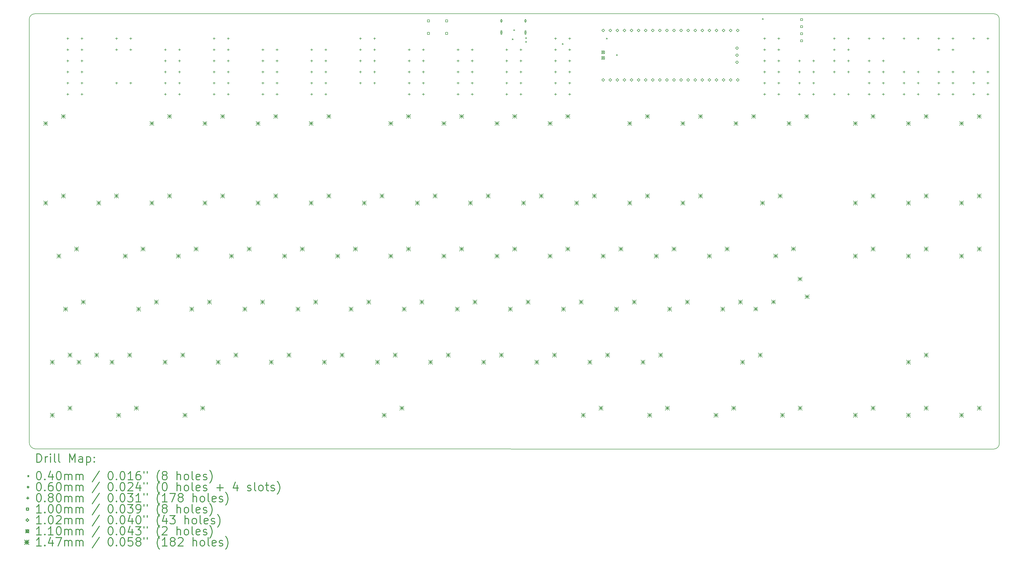
<source format=gbr>
%FSLAX45Y45*%
G04 Gerber Fmt 4.5, Leading zero omitted, Abs format (unit mm)*
G04 Created by KiCad (PCBNEW (5.1.9)-1) date 2021-04-20 10:13:04*
%MOMM*%
%LPD*%
G01*
G04 APERTURE LIST*
%TA.AperFunction,Profile*%
%ADD10C,0.200000*%
%TD*%
%ADD11C,0.200000*%
%ADD12C,0.300000*%
G04 APERTURE END LIST*
D10*
X48285000Y-10760800D02*
X48285000Y-25992500D01*
X13480000Y-10760000D02*
G75*
G02*
X13684939Y-10560000I204939J-5000D01*
G01*
X13710140Y-26190000D02*
G75*
G02*
X13480000Y-25937860I12123J242166D01*
G01*
X48285000Y-25992500D02*
G75*
G02*
X48085000Y-26192500I-200000J0D01*
G01*
X48088800Y-10559844D02*
G75*
G02*
X48285000Y-10760800I0J-196256D01*
G01*
X13684939Y-10560000D02*
X48088800Y-10559844D01*
X13480000Y-25937860D02*
X13480000Y-10760000D01*
X48085000Y-26192500D02*
X13710140Y-26190000D01*
D11*
X30805000Y-11455000D02*
X30845000Y-11495000D01*
X30845000Y-11455000D02*
X30805000Y-11495000D01*
X30855000Y-11130000D02*
X30895000Y-11170000D01*
X30895000Y-11130000D02*
X30855000Y-11170000D01*
X31285310Y-11411420D02*
X31325310Y-11451420D01*
X31325310Y-11411420D02*
X31285310Y-11451420D01*
X31285310Y-11548580D02*
X31325310Y-11588580D01*
X31325310Y-11548580D02*
X31285310Y-11588580D01*
X32600000Y-11625000D02*
X32640000Y-11665000D01*
X32640000Y-11625000D02*
X32600000Y-11665000D01*
X34185000Y-11430000D02*
X34225000Y-11470000D01*
X34225000Y-11430000D02*
X34185000Y-11470000D01*
X34544000Y-12025000D02*
X34584000Y-12065000D01*
X34584000Y-12025000D02*
X34544000Y-12065000D01*
X39778546Y-10728410D02*
X39818546Y-10768410D01*
X39818546Y-10728410D02*
X39778546Y-10768410D01*
X30450500Y-10815000D02*
G75*
G03*
X30450500Y-10815000I-30000J0D01*
G01*
X30440500Y-10845000D02*
X30440500Y-10785000D01*
X30400500Y-10845000D02*
X30400500Y-10785000D01*
X30440500Y-10785000D02*
G75*
G03*
X30400500Y-10785000I-20000J0D01*
G01*
X30400500Y-10845000D02*
G75*
G03*
X30440500Y-10845000I20000J0D01*
G01*
X30450500Y-11233000D02*
G75*
G03*
X30450500Y-11233000I-30000J0D01*
G01*
X30440500Y-11288000D02*
X30440500Y-11178000D01*
X30400500Y-11288000D02*
X30400500Y-11178000D01*
X30440500Y-11178000D02*
G75*
G03*
X30400500Y-11178000I-20000J0D01*
G01*
X30400500Y-11288000D02*
G75*
G03*
X30440500Y-11288000I20000J0D01*
G01*
X31314500Y-10815000D02*
G75*
G03*
X31314500Y-10815000I-30000J0D01*
G01*
X31304500Y-10845000D02*
X31304500Y-10785000D01*
X31264500Y-10845000D02*
X31264500Y-10785000D01*
X31304500Y-10785000D02*
G75*
G03*
X31264500Y-10785000I-20000J0D01*
G01*
X31264500Y-10845000D02*
G75*
G03*
X31304500Y-10845000I20000J0D01*
G01*
X31314500Y-11233000D02*
G75*
G03*
X31314500Y-11233000I-30000J0D01*
G01*
X31304500Y-11288000D02*
X31304500Y-11178000D01*
X31264500Y-11288000D02*
X31264500Y-11178000D01*
X31304500Y-11178000D02*
G75*
G03*
X31264500Y-11178000I-20000J0D01*
G01*
X31264500Y-11288000D02*
G75*
G03*
X31304500Y-11288000I20000J0D01*
G01*
X14865000Y-11410000D02*
X14865000Y-11490000D01*
X14825000Y-11450000D02*
X14905000Y-11450000D01*
X14865000Y-11810000D02*
X14865000Y-11890000D01*
X14825000Y-11850000D02*
X14905000Y-11850000D01*
X14865000Y-12210000D02*
X14865000Y-12290000D01*
X14825000Y-12250000D02*
X14905000Y-12250000D01*
X14865000Y-12610000D02*
X14865000Y-12690000D01*
X14825000Y-12650000D02*
X14905000Y-12650000D01*
X14865000Y-13010000D02*
X14865000Y-13090000D01*
X14825000Y-13050000D02*
X14905000Y-13050000D01*
X14865000Y-13410000D02*
X14865000Y-13490000D01*
X14825000Y-13450000D02*
X14905000Y-13450000D01*
X15373000Y-11410000D02*
X15373000Y-11490000D01*
X15333000Y-11450000D02*
X15413000Y-11450000D01*
X15373000Y-11810000D02*
X15373000Y-11890000D01*
X15333000Y-11850000D02*
X15413000Y-11850000D01*
X15373000Y-12210000D02*
X15373000Y-12290000D01*
X15333000Y-12250000D02*
X15413000Y-12250000D01*
X15373000Y-12610000D02*
X15373000Y-12690000D01*
X15333000Y-12650000D02*
X15413000Y-12650000D01*
X15373000Y-13010000D02*
X15373000Y-13090000D01*
X15333000Y-13050000D02*
X15413000Y-13050000D01*
X15373000Y-13410000D02*
X15373000Y-13490000D01*
X15333000Y-13450000D02*
X15413000Y-13450000D01*
X16615000Y-11410000D02*
X16615000Y-11490000D01*
X16575000Y-11450000D02*
X16655000Y-11450000D01*
X16615000Y-11810000D02*
X16615000Y-11890000D01*
X16575000Y-11850000D02*
X16655000Y-11850000D01*
X16615000Y-13010000D02*
X16615000Y-13090000D01*
X16575000Y-13050000D02*
X16655000Y-13050000D01*
X17123000Y-11410000D02*
X17123000Y-11490000D01*
X17083000Y-11450000D02*
X17163000Y-11450000D01*
X17123000Y-11810000D02*
X17123000Y-11890000D01*
X17083000Y-11850000D02*
X17163000Y-11850000D01*
X17123000Y-13010000D02*
X17123000Y-13090000D01*
X17083000Y-13050000D02*
X17163000Y-13050000D01*
X18365000Y-11810000D02*
X18365000Y-11890000D01*
X18325000Y-11850000D02*
X18405000Y-11850000D01*
X18365000Y-12210000D02*
X18365000Y-12290000D01*
X18325000Y-12250000D02*
X18405000Y-12250000D01*
X18365000Y-12610000D02*
X18365000Y-12690000D01*
X18325000Y-12650000D02*
X18405000Y-12650000D01*
X18365000Y-13010000D02*
X18365000Y-13090000D01*
X18325000Y-13050000D02*
X18405000Y-13050000D01*
X18365000Y-13410000D02*
X18365000Y-13490000D01*
X18325000Y-13450000D02*
X18405000Y-13450000D01*
X18873000Y-11810000D02*
X18873000Y-11890000D01*
X18833000Y-11850000D02*
X18913000Y-11850000D01*
X18873000Y-12210000D02*
X18873000Y-12290000D01*
X18833000Y-12250000D02*
X18913000Y-12250000D01*
X18873000Y-12610000D02*
X18873000Y-12690000D01*
X18833000Y-12650000D02*
X18913000Y-12650000D01*
X18873000Y-13010000D02*
X18873000Y-13090000D01*
X18833000Y-13050000D02*
X18913000Y-13050000D01*
X18873000Y-13410000D02*
X18873000Y-13490000D01*
X18833000Y-13450000D02*
X18913000Y-13450000D01*
X20115000Y-11410000D02*
X20115000Y-11490000D01*
X20075000Y-11450000D02*
X20155000Y-11450000D01*
X20115000Y-11810000D02*
X20115000Y-11890000D01*
X20075000Y-11850000D02*
X20155000Y-11850000D01*
X20115000Y-12210000D02*
X20115000Y-12290000D01*
X20075000Y-12250000D02*
X20155000Y-12250000D01*
X20115000Y-12610000D02*
X20115000Y-12690000D01*
X20075000Y-12650000D02*
X20155000Y-12650000D01*
X20115000Y-13010000D02*
X20115000Y-13090000D01*
X20075000Y-13050000D02*
X20155000Y-13050000D01*
X20115000Y-13410000D02*
X20115000Y-13490000D01*
X20075000Y-13450000D02*
X20155000Y-13450000D01*
X20623000Y-11410000D02*
X20623000Y-11490000D01*
X20583000Y-11450000D02*
X20663000Y-11450000D01*
X20623000Y-11810000D02*
X20623000Y-11890000D01*
X20583000Y-11850000D02*
X20663000Y-11850000D01*
X20623000Y-12210000D02*
X20623000Y-12290000D01*
X20583000Y-12250000D02*
X20663000Y-12250000D01*
X20623000Y-12610000D02*
X20623000Y-12690000D01*
X20583000Y-12650000D02*
X20663000Y-12650000D01*
X20623000Y-13010000D02*
X20623000Y-13090000D01*
X20583000Y-13050000D02*
X20663000Y-13050000D01*
X20623000Y-13410000D02*
X20623000Y-13490000D01*
X20583000Y-13450000D02*
X20663000Y-13450000D01*
X21865000Y-11810000D02*
X21865000Y-11890000D01*
X21825000Y-11850000D02*
X21905000Y-11850000D01*
X21865000Y-12210000D02*
X21865000Y-12290000D01*
X21825000Y-12250000D02*
X21905000Y-12250000D01*
X21865000Y-12610000D02*
X21865000Y-12690000D01*
X21825000Y-12650000D02*
X21905000Y-12650000D01*
X21865000Y-13010000D02*
X21865000Y-13090000D01*
X21825000Y-13050000D02*
X21905000Y-13050000D01*
X21865000Y-13410000D02*
X21865000Y-13490000D01*
X21825000Y-13450000D02*
X21905000Y-13450000D01*
X22373000Y-11810000D02*
X22373000Y-11890000D01*
X22333000Y-11850000D02*
X22413000Y-11850000D01*
X22373000Y-12210000D02*
X22373000Y-12290000D01*
X22333000Y-12250000D02*
X22413000Y-12250000D01*
X22373000Y-12610000D02*
X22373000Y-12690000D01*
X22333000Y-12650000D02*
X22413000Y-12650000D01*
X22373000Y-13010000D02*
X22373000Y-13090000D01*
X22333000Y-13050000D02*
X22413000Y-13050000D01*
X22373000Y-13410000D02*
X22373000Y-13490000D01*
X22333000Y-13450000D02*
X22413000Y-13450000D01*
X23615000Y-11810000D02*
X23615000Y-11890000D01*
X23575000Y-11850000D02*
X23655000Y-11850000D01*
X23615000Y-12210000D02*
X23615000Y-12290000D01*
X23575000Y-12250000D02*
X23655000Y-12250000D01*
X23615000Y-12610000D02*
X23615000Y-12690000D01*
X23575000Y-12650000D02*
X23655000Y-12650000D01*
X23615000Y-13010000D02*
X23615000Y-13090000D01*
X23575000Y-13050000D02*
X23655000Y-13050000D01*
X23615000Y-13410000D02*
X23615000Y-13490000D01*
X23575000Y-13450000D02*
X23655000Y-13450000D01*
X24123000Y-11810000D02*
X24123000Y-11890000D01*
X24083000Y-11850000D02*
X24163000Y-11850000D01*
X24123000Y-12210000D02*
X24123000Y-12290000D01*
X24083000Y-12250000D02*
X24163000Y-12250000D01*
X24123000Y-12610000D02*
X24123000Y-12690000D01*
X24083000Y-12650000D02*
X24163000Y-12650000D01*
X24123000Y-13010000D02*
X24123000Y-13090000D01*
X24083000Y-13050000D02*
X24163000Y-13050000D01*
X24123000Y-13410000D02*
X24123000Y-13490000D01*
X24083000Y-13450000D02*
X24163000Y-13450000D01*
X25365000Y-11410000D02*
X25365000Y-11490000D01*
X25325000Y-11450000D02*
X25405000Y-11450000D01*
X25365000Y-11810000D02*
X25365000Y-11890000D01*
X25325000Y-11850000D02*
X25405000Y-11850000D01*
X25365000Y-12210000D02*
X25365000Y-12290000D01*
X25325000Y-12250000D02*
X25405000Y-12250000D01*
X25365000Y-12610000D02*
X25365000Y-12690000D01*
X25325000Y-12650000D02*
X25405000Y-12650000D01*
X25365000Y-13010000D02*
X25365000Y-13090000D01*
X25325000Y-13050000D02*
X25405000Y-13050000D01*
X25873000Y-11410000D02*
X25873000Y-11490000D01*
X25833000Y-11450000D02*
X25913000Y-11450000D01*
X25873000Y-11810000D02*
X25873000Y-11890000D01*
X25833000Y-11850000D02*
X25913000Y-11850000D01*
X25873000Y-12210000D02*
X25873000Y-12290000D01*
X25833000Y-12250000D02*
X25913000Y-12250000D01*
X25873000Y-12610000D02*
X25873000Y-12690000D01*
X25833000Y-12650000D02*
X25913000Y-12650000D01*
X25873000Y-13010000D02*
X25873000Y-13090000D01*
X25833000Y-13050000D02*
X25913000Y-13050000D01*
X27115000Y-11810000D02*
X27115000Y-11890000D01*
X27075000Y-11850000D02*
X27155000Y-11850000D01*
X27115000Y-12210000D02*
X27115000Y-12290000D01*
X27075000Y-12250000D02*
X27155000Y-12250000D01*
X27115000Y-12610000D02*
X27115000Y-12690000D01*
X27075000Y-12650000D02*
X27155000Y-12650000D01*
X27115000Y-13010000D02*
X27115000Y-13090000D01*
X27075000Y-13050000D02*
X27155000Y-13050000D01*
X27115000Y-13410000D02*
X27115000Y-13490000D01*
X27075000Y-13450000D02*
X27155000Y-13450000D01*
X27623000Y-11810000D02*
X27623000Y-11890000D01*
X27583000Y-11850000D02*
X27663000Y-11850000D01*
X27623000Y-12210000D02*
X27623000Y-12290000D01*
X27583000Y-12250000D02*
X27663000Y-12250000D01*
X27623000Y-12610000D02*
X27623000Y-12690000D01*
X27583000Y-12650000D02*
X27663000Y-12650000D01*
X27623000Y-13010000D02*
X27623000Y-13090000D01*
X27583000Y-13050000D02*
X27663000Y-13050000D01*
X27623000Y-13410000D02*
X27623000Y-13490000D01*
X27583000Y-13450000D02*
X27663000Y-13450000D01*
X28865000Y-11810000D02*
X28865000Y-11890000D01*
X28825000Y-11850000D02*
X28905000Y-11850000D01*
X28865000Y-12210000D02*
X28865000Y-12290000D01*
X28825000Y-12250000D02*
X28905000Y-12250000D01*
X28865000Y-12610000D02*
X28865000Y-12690000D01*
X28825000Y-12650000D02*
X28905000Y-12650000D01*
X28865000Y-13010000D02*
X28865000Y-13090000D01*
X28825000Y-13050000D02*
X28905000Y-13050000D01*
X28865000Y-13410000D02*
X28865000Y-13490000D01*
X28825000Y-13450000D02*
X28905000Y-13450000D01*
X29373000Y-11810000D02*
X29373000Y-11890000D01*
X29333000Y-11850000D02*
X29413000Y-11850000D01*
X29373000Y-12210000D02*
X29373000Y-12290000D01*
X29333000Y-12250000D02*
X29413000Y-12250000D01*
X29373000Y-12610000D02*
X29373000Y-12690000D01*
X29333000Y-12650000D02*
X29413000Y-12650000D01*
X29373000Y-13010000D02*
X29373000Y-13090000D01*
X29333000Y-13050000D02*
X29413000Y-13050000D01*
X29373000Y-13410000D02*
X29373000Y-13490000D01*
X29333000Y-13450000D02*
X29413000Y-13450000D01*
X30615000Y-11810000D02*
X30615000Y-11890000D01*
X30575000Y-11850000D02*
X30655000Y-11850000D01*
X30615000Y-12210000D02*
X30615000Y-12290000D01*
X30575000Y-12250000D02*
X30655000Y-12250000D01*
X30615000Y-12610000D02*
X30615000Y-12690000D01*
X30575000Y-12650000D02*
X30655000Y-12650000D01*
X30615000Y-13010000D02*
X30615000Y-13090000D01*
X30575000Y-13050000D02*
X30655000Y-13050000D01*
X30615000Y-13410000D02*
X30615000Y-13490000D01*
X30575000Y-13450000D02*
X30655000Y-13450000D01*
X31123000Y-11810000D02*
X31123000Y-11890000D01*
X31083000Y-11850000D02*
X31163000Y-11850000D01*
X31123000Y-12210000D02*
X31123000Y-12290000D01*
X31083000Y-12250000D02*
X31163000Y-12250000D01*
X31123000Y-12610000D02*
X31123000Y-12690000D01*
X31083000Y-12650000D02*
X31163000Y-12650000D01*
X31123000Y-13010000D02*
X31123000Y-13090000D01*
X31083000Y-13050000D02*
X31163000Y-13050000D01*
X31123000Y-13410000D02*
X31123000Y-13490000D01*
X31083000Y-13450000D02*
X31163000Y-13450000D01*
X32365000Y-11410000D02*
X32365000Y-11490000D01*
X32325000Y-11450000D02*
X32405000Y-11450000D01*
X32365000Y-11810000D02*
X32365000Y-11890000D01*
X32325000Y-11850000D02*
X32405000Y-11850000D01*
X32365000Y-12210000D02*
X32365000Y-12290000D01*
X32325000Y-12250000D02*
X32405000Y-12250000D01*
X32365000Y-12610000D02*
X32365000Y-12690000D01*
X32325000Y-12650000D02*
X32405000Y-12650000D01*
X32365000Y-13010000D02*
X32365000Y-13090000D01*
X32325000Y-13050000D02*
X32405000Y-13050000D01*
X32365000Y-13410000D02*
X32365000Y-13490000D01*
X32325000Y-13450000D02*
X32405000Y-13450000D01*
X32873000Y-11410000D02*
X32873000Y-11490000D01*
X32833000Y-11450000D02*
X32913000Y-11450000D01*
X32873000Y-11810000D02*
X32873000Y-11890000D01*
X32833000Y-11850000D02*
X32913000Y-11850000D01*
X32873000Y-12210000D02*
X32873000Y-12290000D01*
X32833000Y-12250000D02*
X32913000Y-12250000D01*
X32873000Y-12610000D02*
X32873000Y-12690000D01*
X32833000Y-12650000D02*
X32913000Y-12650000D01*
X32873000Y-13010000D02*
X32873000Y-13090000D01*
X32833000Y-13050000D02*
X32913000Y-13050000D01*
X32873000Y-13410000D02*
X32873000Y-13490000D01*
X32833000Y-13450000D02*
X32913000Y-13450000D01*
X39865000Y-11410000D02*
X39865000Y-11490000D01*
X39825000Y-11450000D02*
X39905000Y-11450000D01*
X39865000Y-11810000D02*
X39865000Y-11890000D01*
X39825000Y-11850000D02*
X39905000Y-11850000D01*
X39865000Y-12210000D02*
X39865000Y-12290000D01*
X39825000Y-12250000D02*
X39905000Y-12250000D01*
X39865000Y-12610000D02*
X39865000Y-12690000D01*
X39825000Y-12650000D02*
X39905000Y-12650000D01*
X39865000Y-13010000D02*
X39865000Y-13090000D01*
X39825000Y-13050000D02*
X39905000Y-13050000D01*
X39865000Y-13410000D02*
X39865000Y-13490000D01*
X39825000Y-13450000D02*
X39905000Y-13450000D01*
X40373000Y-11410000D02*
X40373000Y-11490000D01*
X40333000Y-11450000D02*
X40413000Y-11450000D01*
X40373000Y-11810000D02*
X40373000Y-11890000D01*
X40333000Y-11850000D02*
X40413000Y-11850000D01*
X40373000Y-12210000D02*
X40373000Y-12290000D01*
X40333000Y-12250000D02*
X40413000Y-12250000D01*
X40373000Y-12610000D02*
X40373000Y-12690000D01*
X40333000Y-12650000D02*
X40413000Y-12650000D01*
X40373000Y-13010000D02*
X40373000Y-13090000D01*
X40333000Y-13050000D02*
X40413000Y-13050000D01*
X40373000Y-13410000D02*
X40373000Y-13490000D01*
X40333000Y-13450000D02*
X40413000Y-13450000D01*
X41110000Y-13410000D02*
X41110000Y-13490000D01*
X41070000Y-13450000D02*
X41150000Y-13450000D01*
X41115000Y-12210000D02*
X41115000Y-12290000D01*
X41075000Y-12250000D02*
X41155000Y-12250000D01*
X41115000Y-12610000D02*
X41115000Y-12690000D01*
X41075000Y-12650000D02*
X41155000Y-12650000D01*
X41115000Y-13010000D02*
X41115000Y-13090000D01*
X41075000Y-13050000D02*
X41155000Y-13050000D01*
X41618000Y-13410000D02*
X41618000Y-13490000D01*
X41578000Y-13450000D02*
X41658000Y-13450000D01*
X41623000Y-12210000D02*
X41623000Y-12290000D01*
X41583000Y-12250000D02*
X41663000Y-12250000D01*
X41623000Y-12610000D02*
X41623000Y-12690000D01*
X41583000Y-12650000D02*
X41663000Y-12650000D01*
X41623000Y-13010000D02*
X41623000Y-13090000D01*
X41583000Y-13050000D02*
X41663000Y-13050000D01*
X42365000Y-11410000D02*
X42365000Y-11490000D01*
X42325000Y-11450000D02*
X42405000Y-11450000D01*
X42365000Y-11810000D02*
X42365000Y-11890000D01*
X42325000Y-11850000D02*
X42405000Y-11850000D01*
X42365000Y-12210000D02*
X42365000Y-12290000D01*
X42325000Y-12250000D02*
X42405000Y-12250000D01*
X42365000Y-12610000D02*
X42365000Y-12690000D01*
X42325000Y-12650000D02*
X42405000Y-12650000D01*
X42365000Y-13410000D02*
X42365000Y-13490000D01*
X42325000Y-13450000D02*
X42405000Y-13450000D01*
X42873000Y-11410000D02*
X42873000Y-11490000D01*
X42833000Y-11450000D02*
X42913000Y-11450000D01*
X42873000Y-11810000D02*
X42873000Y-11890000D01*
X42833000Y-11850000D02*
X42913000Y-11850000D01*
X42873000Y-12210000D02*
X42873000Y-12290000D01*
X42833000Y-12250000D02*
X42913000Y-12250000D01*
X42873000Y-12610000D02*
X42873000Y-12690000D01*
X42833000Y-12650000D02*
X42913000Y-12650000D01*
X42873000Y-13410000D02*
X42873000Y-13490000D01*
X42833000Y-13450000D02*
X42913000Y-13450000D01*
X43615000Y-11410000D02*
X43615000Y-11490000D01*
X43575000Y-11450000D02*
X43655000Y-11450000D01*
X43615000Y-12210000D02*
X43615000Y-12290000D01*
X43575000Y-12250000D02*
X43655000Y-12250000D01*
X43615000Y-12610000D02*
X43615000Y-12690000D01*
X43575000Y-12650000D02*
X43655000Y-12650000D01*
X43615000Y-13010000D02*
X43615000Y-13090000D01*
X43575000Y-13050000D02*
X43655000Y-13050000D01*
X43615000Y-13410000D02*
X43615000Y-13490000D01*
X43575000Y-13450000D02*
X43655000Y-13450000D01*
X44123000Y-11410000D02*
X44123000Y-11490000D01*
X44083000Y-11450000D02*
X44163000Y-11450000D01*
X44123000Y-12210000D02*
X44123000Y-12290000D01*
X44083000Y-12250000D02*
X44163000Y-12250000D01*
X44123000Y-12610000D02*
X44123000Y-12690000D01*
X44083000Y-12650000D02*
X44163000Y-12650000D01*
X44123000Y-13010000D02*
X44123000Y-13090000D01*
X44083000Y-13050000D02*
X44163000Y-13050000D01*
X44123000Y-13410000D02*
X44123000Y-13490000D01*
X44083000Y-13450000D02*
X44163000Y-13450000D01*
X44865000Y-11410000D02*
X44865000Y-11490000D01*
X44825000Y-11450000D02*
X44905000Y-11450000D01*
X44865000Y-12610000D02*
X44865000Y-12690000D01*
X44825000Y-12650000D02*
X44905000Y-12650000D01*
X44865000Y-13010000D02*
X44865000Y-13090000D01*
X44825000Y-13050000D02*
X44905000Y-13050000D01*
X44865000Y-13410000D02*
X44865000Y-13490000D01*
X44825000Y-13450000D02*
X44905000Y-13450000D01*
X45373000Y-11410000D02*
X45373000Y-11490000D01*
X45333000Y-11450000D02*
X45413000Y-11450000D01*
X45373000Y-12610000D02*
X45373000Y-12690000D01*
X45333000Y-12650000D02*
X45413000Y-12650000D01*
X45373000Y-13010000D02*
X45373000Y-13090000D01*
X45333000Y-13050000D02*
X45413000Y-13050000D01*
X45373000Y-13410000D02*
X45373000Y-13490000D01*
X45333000Y-13450000D02*
X45413000Y-13450000D01*
X46115000Y-11410000D02*
X46115000Y-11490000D01*
X46075000Y-11450000D02*
X46155000Y-11450000D01*
X46115000Y-11810000D02*
X46115000Y-11890000D01*
X46075000Y-11850000D02*
X46155000Y-11850000D01*
X46115000Y-12610000D02*
X46115000Y-12690000D01*
X46075000Y-12650000D02*
X46155000Y-12650000D01*
X46115000Y-13010000D02*
X46115000Y-13090000D01*
X46075000Y-13050000D02*
X46155000Y-13050000D01*
X46115000Y-13410000D02*
X46115000Y-13490000D01*
X46075000Y-13450000D02*
X46155000Y-13450000D01*
X46623000Y-11410000D02*
X46623000Y-11490000D01*
X46583000Y-11450000D02*
X46663000Y-11450000D01*
X46623000Y-11810000D02*
X46623000Y-11890000D01*
X46583000Y-11850000D02*
X46663000Y-11850000D01*
X46623000Y-12610000D02*
X46623000Y-12690000D01*
X46583000Y-12650000D02*
X46663000Y-12650000D01*
X46623000Y-13010000D02*
X46623000Y-13090000D01*
X46583000Y-13050000D02*
X46663000Y-13050000D01*
X46623000Y-13410000D02*
X46623000Y-13490000D01*
X46583000Y-13450000D02*
X46663000Y-13450000D01*
X47365000Y-11410000D02*
X47365000Y-11490000D01*
X47325000Y-11450000D02*
X47405000Y-11450000D01*
X47365000Y-12610000D02*
X47365000Y-12690000D01*
X47325000Y-12650000D02*
X47405000Y-12650000D01*
X47365000Y-13010000D02*
X47365000Y-13090000D01*
X47325000Y-13050000D02*
X47405000Y-13050000D01*
X47365000Y-13410000D02*
X47365000Y-13490000D01*
X47325000Y-13450000D02*
X47405000Y-13450000D01*
X47873000Y-11410000D02*
X47873000Y-11490000D01*
X47833000Y-11450000D02*
X47913000Y-11450000D01*
X47873000Y-12610000D02*
X47873000Y-12690000D01*
X47833000Y-12650000D02*
X47913000Y-12650000D01*
X47873000Y-13010000D02*
X47873000Y-13090000D01*
X47833000Y-13050000D02*
X47913000Y-13050000D01*
X47873000Y-13410000D02*
X47873000Y-13490000D01*
X47833000Y-13450000D02*
X47913000Y-13450000D01*
X27840356Y-10850356D02*
X27840356Y-10779644D01*
X27769644Y-10779644D01*
X27769644Y-10850356D01*
X27840356Y-10850356D01*
X27840356Y-11300356D02*
X27840356Y-11229644D01*
X27769644Y-11229644D01*
X27769644Y-11300356D01*
X27840356Y-11300356D01*
X28490356Y-10850356D02*
X28490356Y-10779644D01*
X28419644Y-10779644D01*
X28419644Y-10850356D01*
X28490356Y-10850356D01*
X28490356Y-11300356D02*
X28490356Y-11229644D01*
X28419644Y-11229644D01*
X28419644Y-11300356D01*
X28490356Y-11300356D01*
X41225356Y-10803356D02*
X41225356Y-10732644D01*
X41154644Y-10732644D01*
X41154644Y-10803356D01*
X41225356Y-10803356D01*
X41225356Y-11057356D02*
X41225356Y-10986644D01*
X41154644Y-10986644D01*
X41154644Y-11057356D01*
X41225356Y-11057356D01*
X41225356Y-11311356D02*
X41225356Y-11240644D01*
X41154644Y-11240644D01*
X41154644Y-11311356D01*
X41225356Y-11311356D01*
X41225356Y-11565356D02*
X41225356Y-11494644D01*
X41154644Y-11494644D01*
X41154644Y-11565356D01*
X41225356Y-11565356D01*
X34072000Y-11207000D02*
X34123000Y-11156000D01*
X34072000Y-11105000D01*
X34021000Y-11156000D01*
X34072000Y-11207000D01*
X34072000Y-12985000D02*
X34123000Y-12934000D01*
X34072000Y-12883000D01*
X34021000Y-12934000D01*
X34072000Y-12985000D01*
X34326000Y-11207000D02*
X34377000Y-11156000D01*
X34326000Y-11105000D01*
X34275000Y-11156000D01*
X34326000Y-11207000D01*
X34326000Y-12985000D02*
X34377000Y-12934000D01*
X34326000Y-12883000D01*
X34275000Y-12934000D01*
X34326000Y-12985000D01*
X34580000Y-11207000D02*
X34631000Y-11156000D01*
X34580000Y-11105000D01*
X34529000Y-11156000D01*
X34580000Y-11207000D01*
X34580000Y-12985000D02*
X34631000Y-12934000D01*
X34580000Y-12883000D01*
X34529000Y-12934000D01*
X34580000Y-12985000D01*
X34834000Y-11207000D02*
X34885000Y-11156000D01*
X34834000Y-11105000D01*
X34783000Y-11156000D01*
X34834000Y-11207000D01*
X34834000Y-12985000D02*
X34885000Y-12934000D01*
X34834000Y-12883000D01*
X34783000Y-12934000D01*
X34834000Y-12985000D01*
X35088000Y-11207000D02*
X35139000Y-11156000D01*
X35088000Y-11105000D01*
X35037000Y-11156000D01*
X35088000Y-11207000D01*
X35088000Y-12985000D02*
X35139000Y-12934000D01*
X35088000Y-12883000D01*
X35037000Y-12934000D01*
X35088000Y-12985000D01*
X35342000Y-11207000D02*
X35393000Y-11156000D01*
X35342000Y-11105000D01*
X35291000Y-11156000D01*
X35342000Y-11207000D01*
X35342000Y-12985000D02*
X35393000Y-12934000D01*
X35342000Y-12883000D01*
X35291000Y-12934000D01*
X35342000Y-12985000D01*
X35596000Y-11207000D02*
X35647000Y-11156000D01*
X35596000Y-11105000D01*
X35545000Y-11156000D01*
X35596000Y-11207000D01*
X35596000Y-12985000D02*
X35647000Y-12934000D01*
X35596000Y-12883000D01*
X35545000Y-12934000D01*
X35596000Y-12985000D01*
X35850000Y-11207000D02*
X35901000Y-11156000D01*
X35850000Y-11105000D01*
X35799000Y-11156000D01*
X35850000Y-11207000D01*
X35850000Y-12985000D02*
X35901000Y-12934000D01*
X35850000Y-12883000D01*
X35799000Y-12934000D01*
X35850000Y-12985000D01*
X36104000Y-11207000D02*
X36155000Y-11156000D01*
X36104000Y-11105000D01*
X36053000Y-11156000D01*
X36104000Y-11207000D01*
X36104000Y-12985000D02*
X36155000Y-12934000D01*
X36104000Y-12883000D01*
X36053000Y-12934000D01*
X36104000Y-12985000D01*
X36358000Y-11207000D02*
X36409000Y-11156000D01*
X36358000Y-11105000D01*
X36307000Y-11156000D01*
X36358000Y-11207000D01*
X36358000Y-12985000D02*
X36409000Y-12934000D01*
X36358000Y-12883000D01*
X36307000Y-12934000D01*
X36358000Y-12985000D01*
X36612000Y-11207000D02*
X36663000Y-11156000D01*
X36612000Y-11105000D01*
X36561000Y-11156000D01*
X36612000Y-11207000D01*
X36612000Y-12985000D02*
X36663000Y-12934000D01*
X36612000Y-12883000D01*
X36561000Y-12934000D01*
X36612000Y-12985000D01*
X36866000Y-11207000D02*
X36917000Y-11156000D01*
X36866000Y-11105000D01*
X36815000Y-11156000D01*
X36866000Y-11207000D01*
X36866000Y-12985000D02*
X36917000Y-12934000D01*
X36866000Y-12883000D01*
X36815000Y-12934000D01*
X36866000Y-12985000D01*
X37120000Y-11207000D02*
X37171000Y-11156000D01*
X37120000Y-11105000D01*
X37069000Y-11156000D01*
X37120000Y-11207000D01*
X37120000Y-12985000D02*
X37171000Y-12934000D01*
X37120000Y-12883000D01*
X37069000Y-12934000D01*
X37120000Y-12985000D01*
X37374000Y-11207000D02*
X37425000Y-11156000D01*
X37374000Y-11105000D01*
X37323000Y-11156000D01*
X37374000Y-11207000D01*
X37374000Y-12985000D02*
X37425000Y-12934000D01*
X37374000Y-12883000D01*
X37323000Y-12934000D01*
X37374000Y-12985000D01*
X37628000Y-11207000D02*
X37679000Y-11156000D01*
X37628000Y-11105000D01*
X37577000Y-11156000D01*
X37628000Y-11207000D01*
X37628000Y-12985000D02*
X37679000Y-12934000D01*
X37628000Y-12883000D01*
X37577000Y-12934000D01*
X37628000Y-12985000D01*
X37882000Y-11207000D02*
X37933000Y-11156000D01*
X37882000Y-11105000D01*
X37831000Y-11156000D01*
X37882000Y-11207000D01*
X37882000Y-12985000D02*
X37933000Y-12934000D01*
X37882000Y-12883000D01*
X37831000Y-12934000D01*
X37882000Y-12985000D01*
X38136000Y-11207000D02*
X38187000Y-11156000D01*
X38136000Y-11105000D01*
X38085000Y-11156000D01*
X38136000Y-11207000D01*
X38136000Y-12985000D02*
X38187000Y-12934000D01*
X38136000Y-12883000D01*
X38085000Y-12934000D01*
X38136000Y-12985000D01*
X38390000Y-11207000D02*
X38441000Y-11156000D01*
X38390000Y-11105000D01*
X38339000Y-11156000D01*
X38390000Y-11207000D01*
X38390000Y-12985000D02*
X38441000Y-12934000D01*
X38390000Y-12883000D01*
X38339000Y-12934000D01*
X38390000Y-12985000D01*
X38644000Y-11207000D02*
X38695000Y-11156000D01*
X38644000Y-11105000D01*
X38593000Y-11156000D01*
X38644000Y-11207000D01*
X38644000Y-12985000D02*
X38695000Y-12934000D01*
X38644000Y-12883000D01*
X38593000Y-12934000D01*
X38644000Y-12985000D01*
X38875000Y-11842000D02*
X38926000Y-11791000D01*
X38875000Y-11740000D01*
X38824000Y-11791000D01*
X38875000Y-11842000D01*
X38875000Y-12096000D02*
X38926000Y-12045000D01*
X38875000Y-11994000D01*
X38824000Y-12045000D01*
X38875000Y-12096000D01*
X38875000Y-12350000D02*
X38926000Y-12299000D01*
X38875000Y-12248000D01*
X38824000Y-12299000D01*
X38875000Y-12350000D01*
X38898000Y-11207000D02*
X38949000Y-11156000D01*
X38898000Y-11105000D01*
X38847000Y-11156000D01*
X38898000Y-11207000D01*
X38898000Y-12985000D02*
X38949000Y-12934000D01*
X38898000Y-12883000D01*
X38847000Y-12934000D01*
X38898000Y-12985000D01*
X34017500Y-11888400D02*
X34127500Y-11998400D01*
X34127500Y-11888400D02*
X34017500Y-11998400D01*
X34127500Y-11943400D02*
G75*
G03*
X34127500Y-11943400I-55000J0D01*
G01*
X34017500Y-12091600D02*
X34127500Y-12201600D01*
X34127500Y-12091600D02*
X34017500Y-12201600D01*
X34127500Y-12146600D02*
G75*
G03*
X34127500Y-12146600I-55000J0D01*
G01*
X13998000Y-14425000D02*
X14145000Y-14572000D01*
X14145000Y-14425000D02*
X13998000Y-14572000D01*
X14071500Y-14425000D02*
X14071500Y-14572000D01*
X13998000Y-14498500D02*
X14145000Y-14498500D01*
X13998000Y-17282500D02*
X14145000Y-17429500D01*
X14145000Y-17282500D02*
X13998000Y-17429500D01*
X14071500Y-17282500D02*
X14071500Y-17429500D01*
X13998000Y-17356000D02*
X14145000Y-17356000D01*
X14236125Y-22997500D02*
X14383125Y-23144500D01*
X14383125Y-22997500D02*
X14236125Y-23144500D01*
X14309625Y-22997500D02*
X14309625Y-23144500D01*
X14236125Y-23071000D02*
X14383125Y-23071000D01*
X14236125Y-24902500D02*
X14383125Y-25049500D01*
X14383125Y-24902500D02*
X14236125Y-25049500D01*
X14309625Y-24902500D02*
X14309625Y-25049500D01*
X14236125Y-24976000D02*
X14383125Y-24976000D01*
X14474250Y-19187500D02*
X14621250Y-19334500D01*
X14621250Y-19187500D02*
X14474250Y-19334500D01*
X14547750Y-19187500D02*
X14547750Y-19334500D01*
X14474250Y-19261000D02*
X14621250Y-19261000D01*
X14633000Y-14171000D02*
X14780000Y-14318000D01*
X14780000Y-14171000D02*
X14633000Y-14318000D01*
X14706500Y-14171000D02*
X14706500Y-14318000D01*
X14633000Y-14244500D02*
X14780000Y-14244500D01*
X14633000Y-17028500D02*
X14780000Y-17175500D01*
X14780000Y-17028500D02*
X14633000Y-17175500D01*
X14706500Y-17028500D02*
X14706500Y-17175500D01*
X14633000Y-17102000D02*
X14780000Y-17102000D01*
X14712375Y-21092500D02*
X14859375Y-21239500D01*
X14859375Y-21092500D02*
X14712375Y-21239500D01*
X14785875Y-21092500D02*
X14785875Y-21239500D01*
X14712375Y-21166000D02*
X14859375Y-21166000D01*
X14871125Y-22743500D02*
X15018125Y-22890500D01*
X15018125Y-22743500D02*
X14871125Y-22890500D01*
X14944625Y-22743500D02*
X14944625Y-22890500D01*
X14871125Y-22817000D02*
X15018125Y-22817000D01*
X14871125Y-24648500D02*
X15018125Y-24795500D01*
X15018125Y-24648500D02*
X14871125Y-24795500D01*
X14944625Y-24648500D02*
X14944625Y-24795500D01*
X14871125Y-24722000D02*
X15018125Y-24722000D01*
X15109250Y-18933500D02*
X15256250Y-19080500D01*
X15256250Y-18933500D02*
X15109250Y-19080500D01*
X15182750Y-18933500D02*
X15182750Y-19080500D01*
X15109250Y-19007000D02*
X15256250Y-19007000D01*
X15190500Y-22997500D02*
X15337500Y-23144500D01*
X15337500Y-22997500D02*
X15190500Y-23144500D01*
X15264000Y-22997500D02*
X15264000Y-23144500D01*
X15190500Y-23071000D02*
X15337500Y-23071000D01*
X15347375Y-20838500D02*
X15494375Y-20985500D01*
X15494375Y-20838500D02*
X15347375Y-20985500D01*
X15420875Y-20838500D02*
X15420875Y-20985500D01*
X15347375Y-20912000D02*
X15494375Y-20912000D01*
X15825500Y-22743500D02*
X15972500Y-22890500D01*
X15972500Y-22743500D02*
X15825500Y-22890500D01*
X15899000Y-22743500D02*
X15899000Y-22890500D01*
X15825500Y-22817000D02*
X15972500Y-22817000D01*
X15903000Y-17282500D02*
X16050000Y-17429500D01*
X16050000Y-17282500D02*
X15903000Y-17429500D01*
X15976500Y-17282500D02*
X15976500Y-17429500D01*
X15903000Y-17356000D02*
X16050000Y-17356000D01*
X16379250Y-22997500D02*
X16526250Y-23144500D01*
X16526250Y-22997500D02*
X16379250Y-23144500D01*
X16452750Y-22997500D02*
X16452750Y-23144500D01*
X16379250Y-23071000D02*
X16526250Y-23071000D01*
X16538000Y-17028500D02*
X16685000Y-17175500D01*
X16685000Y-17028500D02*
X16538000Y-17175500D01*
X16611500Y-17028500D02*
X16611500Y-17175500D01*
X16538000Y-17102000D02*
X16685000Y-17102000D01*
X16617375Y-24902500D02*
X16764375Y-25049500D01*
X16764375Y-24902500D02*
X16617375Y-25049500D01*
X16690875Y-24902500D02*
X16690875Y-25049500D01*
X16617375Y-24976000D02*
X16764375Y-24976000D01*
X16855500Y-19187500D02*
X17002500Y-19334500D01*
X17002500Y-19187500D02*
X16855500Y-19334500D01*
X16929000Y-19187500D02*
X16929000Y-19334500D01*
X16855500Y-19261000D02*
X17002500Y-19261000D01*
X17014250Y-22743500D02*
X17161250Y-22890500D01*
X17161250Y-22743500D02*
X17014250Y-22890500D01*
X17087750Y-22743500D02*
X17087750Y-22890500D01*
X17014250Y-22817000D02*
X17161250Y-22817000D01*
X17252375Y-24648500D02*
X17399375Y-24795500D01*
X17399375Y-24648500D02*
X17252375Y-24795500D01*
X17325875Y-24648500D02*
X17325875Y-24795500D01*
X17252375Y-24722000D02*
X17399375Y-24722000D01*
X17331750Y-21092500D02*
X17478750Y-21239500D01*
X17478750Y-21092500D02*
X17331750Y-21239500D01*
X17405250Y-21092500D02*
X17405250Y-21239500D01*
X17331750Y-21166000D02*
X17478750Y-21166000D01*
X17490500Y-18933500D02*
X17637500Y-19080500D01*
X17637500Y-18933500D02*
X17490500Y-19080500D01*
X17564000Y-18933500D02*
X17564000Y-19080500D01*
X17490500Y-19007000D02*
X17637500Y-19007000D01*
X17808000Y-14425000D02*
X17955000Y-14572000D01*
X17955000Y-14425000D02*
X17808000Y-14572000D01*
X17881500Y-14425000D02*
X17881500Y-14572000D01*
X17808000Y-14498500D02*
X17955000Y-14498500D01*
X17808000Y-17282500D02*
X17955000Y-17429500D01*
X17955000Y-17282500D02*
X17808000Y-17429500D01*
X17881500Y-17282500D02*
X17881500Y-17429500D01*
X17808000Y-17356000D02*
X17955000Y-17356000D01*
X17966750Y-20838500D02*
X18113750Y-20985500D01*
X18113750Y-20838500D02*
X17966750Y-20985500D01*
X18040250Y-20838500D02*
X18040250Y-20985500D01*
X17966750Y-20912000D02*
X18113750Y-20912000D01*
X18284250Y-22997500D02*
X18431250Y-23144500D01*
X18431250Y-22997500D02*
X18284250Y-23144500D01*
X18357750Y-22997500D02*
X18357750Y-23144500D01*
X18284250Y-23071000D02*
X18431250Y-23071000D01*
X18443000Y-14171000D02*
X18590000Y-14318000D01*
X18590000Y-14171000D02*
X18443000Y-14318000D01*
X18516500Y-14171000D02*
X18516500Y-14318000D01*
X18443000Y-14244500D02*
X18590000Y-14244500D01*
X18443000Y-17028500D02*
X18590000Y-17175500D01*
X18590000Y-17028500D02*
X18443000Y-17175500D01*
X18516500Y-17028500D02*
X18516500Y-17175500D01*
X18443000Y-17102000D02*
X18590000Y-17102000D01*
X18760500Y-19187500D02*
X18907500Y-19334500D01*
X18907500Y-19187500D02*
X18760500Y-19334500D01*
X18834000Y-19187500D02*
X18834000Y-19334500D01*
X18760500Y-19261000D02*
X18907500Y-19261000D01*
X18919250Y-22743500D02*
X19066250Y-22890500D01*
X19066250Y-22743500D02*
X18919250Y-22890500D01*
X18992750Y-22743500D02*
X18992750Y-22890500D01*
X18919250Y-22817000D02*
X19066250Y-22817000D01*
X18998625Y-24902500D02*
X19145625Y-25049500D01*
X19145625Y-24902500D02*
X18998625Y-25049500D01*
X19072125Y-24902500D02*
X19072125Y-25049500D01*
X18998625Y-24976000D02*
X19145625Y-24976000D01*
X19236750Y-21092500D02*
X19383750Y-21239500D01*
X19383750Y-21092500D02*
X19236750Y-21239500D01*
X19310250Y-21092500D02*
X19310250Y-21239500D01*
X19236750Y-21166000D02*
X19383750Y-21166000D01*
X19395500Y-18933500D02*
X19542500Y-19080500D01*
X19542500Y-18933500D02*
X19395500Y-19080500D01*
X19469000Y-18933500D02*
X19469000Y-19080500D01*
X19395500Y-19007000D02*
X19542500Y-19007000D01*
X19633625Y-24648500D02*
X19780625Y-24795500D01*
X19780625Y-24648500D02*
X19633625Y-24795500D01*
X19707125Y-24648500D02*
X19707125Y-24795500D01*
X19633625Y-24722000D02*
X19780625Y-24722000D01*
X19713000Y-14425000D02*
X19860000Y-14572000D01*
X19860000Y-14425000D02*
X19713000Y-14572000D01*
X19786500Y-14425000D02*
X19786500Y-14572000D01*
X19713000Y-14498500D02*
X19860000Y-14498500D01*
X19713000Y-17282500D02*
X19860000Y-17429500D01*
X19860000Y-17282500D02*
X19713000Y-17429500D01*
X19786500Y-17282500D02*
X19786500Y-17429500D01*
X19713000Y-17356000D02*
X19860000Y-17356000D01*
X19871750Y-20838500D02*
X20018750Y-20985500D01*
X20018750Y-20838500D02*
X19871750Y-20985500D01*
X19945250Y-20838500D02*
X19945250Y-20985500D01*
X19871750Y-20912000D02*
X20018750Y-20912000D01*
X20189250Y-22997500D02*
X20336250Y-23144500D01*
X20336250Y-22997500D02*
X20189250Y-23144500D01*
X20262750Y-22997500D02*
X20262750Y-23144500D01*
X20189250Y-23071000D02*
X20336250Y-23071000D01*
X20348000Y-14171000D02*
X20495000Y-14318000D01*
X20495000Y-14171000D02*
X20348000Y-14318000D01*
X20421500Y-14171000D02*
X20421500Y-14318000D01*
X20348000Y-14244500D02*
X20495000Y-14244500D01*
X20348000Y-17028500D02*
X20495000Y-17175500D01*
X20495000Y-17028500D02*
X20348000Y-17175500D01*
X20421500Y-17028500D02*
X20421500Y-17175500D01*
X20348000Y-17102000D02*
X20495000Y-17102000D01*
X20665500Y-19187500D02*
X20812500Y-19334500D01*
X20812500Y-19187500D02*
X20665500Y-19334500D01*
X20739000Y-19187500D02*
X20739000Y-19334500D01*
X20665500Y-19261000D02*
X20812500Y-19261000D01*
X20824250Y-22743500D02*
X20971250Y-22890500D01*
X20971250Y-22743500D02*
X20824250Y-22890500D01*
X20897750Y-22743500D02*
X20897750Y-22890500D01*
X20824250Y-22817000D02*
X20971250Y-22817000D01*
X21141750Y-21092500D02*
X21288750Y-21239500D01*
X21288750Y-21092500D02*
X21141750Y-21239500D01*
X21215250Y-21092500D02*
X21215250Y-21239500D01*
X21141750Y-21166000D02*
X21288750Y-21166000D01*
X21300500Y-18933500D02*
X21447500Y-19080500D01*
X21447500Y-18933500D02*
X21300500Y-19080500D01*
X21374000Y-18933500D02*
X21374000Y-19080500D01*
X21300500Y-19007000D02*
X21447500Y-19007000D01*
X21618000Y-14425000D02*
X21765000Y-14572000D01*
X21765000Y-14425000D02*
X21618000Y-14572000D01*
X21691500Y-14425000D02*
X21691500Y-14572000D01*
X21618000Y-14498500D02*
X21765000Y-14498500D01*
X21618000Y-17282500D02*
X21765000Y-17429500D01*
X21765000Y-17282500D02*
X21618000Y-17429500D01*
X21691500Y-17282500D02*
X21691500Y-17429500D01*
X21618000Y-17356000D02*
X21765000Y-17356000D01*
X21776750Y-20838500D02*
X21923750Y-20985500D01*
X21923750Y-20838500D02*
X21776750Y-20985500D01*
X21850250Y-20838500D02*
X21850250Y-20985500D01*
X21776750Y-20912000D02*
X21923750Y-20912000D01*
X22094250Y-22997500D02*
X22241250Y-23144500D01*
X22241250Y-22997500D02*
X22094250Y-23144500D01*
X22167750Y-22997500D02*
X22167750Y-23144500D01*
X22094250Y-23071000D02*
X22241250Y-23071000D01*
X22253000Y-14171000D02*
X22400000Y-14318000D01*
X22400000Y-14171000D02*
X22253000Y-14318000D01*
X22326500Y-14171000D02*
X22326500Y-14318000D01*
X22253000Y-14244500D02*
X22400000Y-14244500D01*
X22253000Y-17028500D02*
X22400000Y-17175500D01*
X22400000Y-17028500D02*
X22253000Y-17175500D01*
X22326500Y-17028500D02*
X22326500Y-17175500D01*
X22253000Y-17102000D02*
X22400000Y-17102000D01*
X22570500Y-19187500D02*
X22717500Y-19334500D01*
X22717500Y-19187500D02*
X22570500Y-19334500D01*
X22644000Y-19187500D02*
X22644000Y-19334500D01*
X22570500Y-19261000D02*
X22717500Y-19261000D01*
X22729250Y-22743500D02*
X22876250Y-22890500D01*
X22876250Y-22743500D02*
X22729250Y-22890500D01*
X22802750Y-22743500D02*
X22802750Y-22890500D01*
X22729250Y-22817000D02*
X22876250Y-22817000D01*
X23046750Y-21092500D02*
X23193750Y-21239500D01*
X23193750Y-21092500D02*
X23046750Y-21239500D01*
X23120250Y-21092500D02*
X23120250Y-21239500D01*
X23046750Y-21166000D02*
X23193750Y-21166000D01*
X23205500Y-18933500D02*
X23352500Y-19080500D01*
X23352500Y-18933500D02*
X23205500Y-19080500D01*
X23279000Y-18933500D02*
X23279000Y-19080500D01*
X23205500Y-19007000D02*
X23352500Y-19007000D01*
X23523000Y-14425000D02*
X23670000Y-14572000D01*
X23670000Y-14425000D02*
X23523000Y-14572000D01*
X23596500Y-14425000D02*
X23596500Y-14572000D01*
X23523000Y-14498500D02*
X23670000Y-14498500D01*
X23523000Y-17282500D02*
X23670000Y-17429500D01*
X23670000Y-17282500D02*
X23523000Y-17429500D01*
X23596500Y-17282500D02*
X23596500Y-17429500D01*
X23523000Y-17356000D02*
X23670000Y-17356000D01*
X23681750Y-20838500D02*
X23828750Y-20985500D01*
X23828750Y-20838500D02*
X23681750Y-20985500D01*
X23755250Y-20838500D02*
X23755250Y-20985500D01*
X23681750Y-20912000D02*
X23828750Y-20912000D01*
X23999250Y-22997500D02*
X24146250Y-23144500D01*
X24146250Y-22997500D02*
X23999250Y-23144500D01*
X24072750Y-22997500D02*
X24072750Y-23144500D01*
X23999250Y-23071000D02*
X24146250Y-23071000D01*
X24158000Y-14171000D02*
X24305000Y-14318000D01*
X24305000Y-14171000D02*
X24158000Y-14318000D01*
X24231500Y-14171000D02*
X24231500Y-14318000D01*
X24158000Y-14244500D02*
X24305000Y-14244500D01*
X24158000Y-17028500D02*
X24305000Y-17175500D01*
X24305000Y-17028500D02*
X24158000Y-17175500D01*
X24231500Y-17028500D02*
X24231500Y-17175500D01*
X24158000Y-17102000D02*
X24305000Y-17102000D01*
X24475500Y-19187500D02*
X24622500Y-19334500D01*
X24622500Y-19187500D02*
X24475500Y-19334500D01*
X24549000Y-19187500D02*
X24549000Y-19334500D01*
X24475500Y-19261000D02*
X24622500Y-19261000D01*
X24634250Y-22743500D02*
X24781250Y-22890500D01*
X24781250Y-22743500D02*
X24634250Y-22890500D01*
X24707750Y-22743500D02*
X24707750Y-22890500D01*
X24634250Y-22817000D02*
X24781250Y-22817000D01*
X24951750Y-21092500D02*
X25098750Y-21239500D01*
X25098750Y-21092500D02*
X24951750Y-21239500D01*
X25025250Y-21092500D02*
X25025250Y-21239500D01*
X24951750Y-21166000D02*
X25098750Y-21166000D01*
X25110500Y-18933500D02*
X25257500Y-19080500D01*
X25257500Y-18933500D02*
X25110500Y-19080500D01*
X25184000Y-18933500D02*
X25184000Y-19080500D01*
X25110500Y-19007000D02*
X25257500Y-19007000D01*
X25428000Y-17282500D02*
X25575000Y-17429500D01*
X25575000Y-17282500D02*
X25428000Y-17429500D01*
X25501500Y-17282500D02*
X25501500Y-17429500D01*
X25428000Y-17356000D02*
X25575000Y-17356000D01*
X25586750Y-20838500D02*
X25733750Y-20985500D01*
X25733750Y-20838500D02*
X25586750Y-20985500D01*
X25660250Y-20838500D02*
X25660250Y-20985500D01*
X25586750Y-20912000D02*
X25733750Y-20912000D01*
X25904250Y-22997500D02*
X26051250Y-23144500D01*
X26051250Y-22997500D02*
X25904250Y-23144500D01*
X25977750Y-22997500D02*
X25977750Y-23144500D01*
X25904250Y-23071000D02*
X26051250Y-23071000D01*
X26063000Y-17028500D02*
X26210000Y-17175500D01*
X26210000Y-17028500D02*
X26063000Y-17175500D01*
X26136500Y-17028500D02*
X26136500Y-17175500D01*
X26063000Y-17102000D02*
X26210000Y-17102000D01*
X26142375Y-24902500D02*
X26289375Y-25049500D01*
X26289375Y-24902500D02*
X26142375Y-25049500D01*
X26215875Y-24902500D02*
X26215875Y-25049500D01*
X26142375Y-24976000D02*
X26289375Y-24976000D01*
X26380500Y-14425000D02*
X26527500Y-14572000D01*
X26527500Y-14425000D02*
X26380500Y-14572000D01*
X26454000Y-14425000D02*
X26454000Y-14572000D01*
X26380500Y-14498500D02*
X26527500Y-14498500D01*
X26380500Y-19187500D02*
X26527500Y-19334500D01*
X26527500Y-19187500D02*
X26380500Y-19334500D01*
X26454000Y-19187500D02*
X26454000Y-19334500D01*
X26380500Y-19261000D02*
X26527500Y-19261000D01*
X26539250Y-22743500D02*
X26686250Y-22890500D01*
X26686250Y-22743500D02*
X26539250Y-22890500D01*
X26612750Y-22743500D02*
X26612750Y-22890500D01*
X26539250Y-22817000D02*
X26686250Y-22817000D01*
X26777375Y-24648500D02*
X26924375Y-24795500D01*
X26924375Y-24648500D02*
X26777375Y-24795500D01*
X26850875Y-24648500D02*
X26850875Y-24795500D01*
X26777375Y-24722000D02*
X26924375Y-24722000D01*
X26856750Y-21092500D02*
X27003750Y-21239500D01*
X27003750Y-21092500D02*
X26856750Y-21239500D01*
X26930250Y-21092500D02*
X26930250Y-21239500D01*
X26856750Y-21166000D02*
X27003750Y-21166000D01*
X27015500Y-14171000D02*
X27162500Y-14318000D01*
X27162500Y-14171000D02*
X27015500Y-14318000D01*
X27089000Y-14171000D02*
X27089000Y-14318000D01*
X27015500Y-14244500D02*
X27162500Y-14244500D01*
X27015500Y-18933500D02*
X27162500Y-19080500D01*
X27162500Y-18933500D02*
X27015500Y-19080500D01*
X27089000Y-18933500D02*
X27089000Y-19080500D01*
X27015500Y-19007000D02*
X27162500Y-19007000D01*
X27333000Y-17282500D02*
X27480000Y-17429500D01*
X27480000Y-17282500D02*
X27333000Y-17429500D01*
X27406500Y-17282500D02*
X27406500Y-17429500D01*
X27333000Y-17356000D02*
X27480000Y-17356000D01*
X27491750Y-20838500D02*
X27638750Y-20985500D01*
X27638750Y-20838500D02*
X27491750Y-20985500D01*
X27565250Y-20838500D02*
X27565250Y-20985500D01*
X27491750Y-20912000D02*
X27638750Y-20912000D01*
X27809250Y-22997500D02*
X27956250Y-23144500D01*
X27956250Y-22997500D02*
X27809250Y-23144500D01*
X27882750Y-22997500D02*
X27882750Y-23144500D01*
X27809250Y-23071000D02*
X27956250Y-23071000D01*
X27968000Y-17028500D02*
X28115000Y-17175500D01*
X28115000Y-17028500D02*
X27968000Y-17175500D01*
X28041500Y-17028500D02*
X28041500Y-17175500D01*
X27968000Y-17102000D02*
X28115000Y-17102000D01*
X28285500Y-14425000D02*
X28432500Y-14572000D01*
X28432500Y-14425000D02*
X28285500Y-14572000D01*
X28359000Y-14425000D02*
X28359000Y-14572000D01*
X28285500Y-14498500D02*
X28432500Y-14498500D01*
X28285500Y-19187500D02*
X28432500Y-19334500D01*
X28432500Y-19187500D02*
X28285500Y-19334500D01*
X28359000Y-19187500D02*
X28359000Y-19334500D01*
X28285500Y-19261000D02*
X28432500Y-19261000D01*
X28444250Y-22743500D02*
X28591250Y-22890500D01*
X28591250Y-22743500D02*
X28444250Y-22890500D01*
X28517750Y-22743500D02*
X28517750Y-22890500D01*
X28444250Y-22817000D02*
X28591250Y-22817000D01*
X28761750Y-21092500D02*
X28908750Y-21239500D01*
X28908750Y-21092500D02*
X28761750Y-21239500D01*
X28835250Y-21092500D02*
X28835250Y-21239500D01*
X28761750Y-21166000D02*
X28908750Y-21166000D01*
X28920500Y-14171000D02*
X29067500Y-14318000D01*
X29067500Y-14171000D02*
X28920500Y-14318000D01*
X28994000Y-14171000D02*
X28994000Y-14318000D01*
X28920500Y-14244500D02*
X29067500Y-14244500D01*
X28920500Y-18933500D02*
X29067500Y-19080500D01*
X29067500Y-18933500D02*
X28920500Y-19080500D01*
X28994000Y-18933500D02*
X28994000Y-19080500D01*
X28920500Y-19007000D02*
X29067500Y-19007000D01*
X29238000Y-17282500D02*
X29385000Y-17429500D01*
X29385000Y-17282500D02*
X29238000Y-17429500D01*
X29311500Y-17282500D02*
X29311500Y-17429500D01*
X29238000Y-17356000D02*
X29385000Y-17356000D01*
X29396750Y-20838500D02*
X29543750Y-20985500D01*
X29543750Y-20838500D02*
X29396750Y-20985500D01*
X29470250Y-20838500D02*
X29470250Y-20985500D01*
X29396750Y-20912000D02*
X29543750Y-20912000D01*
X29714250Y-22997500D02*
X29861250Y-23144500D01*
X29861250Y-22997500D02*
X29714250Y-23144500D01*
X29787750Y-22997500D02*
X29787750Y-23144500D01*
X29714250Y-23071000D02*
X29861250Y-23071000D01*
X29873000Y-17028500D02*
X30020000Y-17175500D01*
X30020000Y-17028500D02*
X29873000Y-17175500D01*
X29946500Y-17028500D02*
X29946500Y-17175500D01*
X29873000Y-17102000D02*
X30020000Y-17102000D01*
X30190500Y-14425000D02*
X30337500Y-14572000D01*
X30337500Y-14425000D02*
X30190500Y-14572000D01*
X30264000Y-14425000D02*
X30264000Y-14572000D01*
X30190500Y-14498500D02*
X30337500Y-14498500D01*
X30190500Y-19187500D02*
X30337500Y-19334500D01*
X30337500Y-19187500D02*
X30190500Y-19334500D01*
X30264000Y-19187500D02*
X30264000Y-19334500D01*
X30190500Y-19261000D02*
X30337500Y-19261000D01*
X30349250Y-22743500D02*
X30496250Y-22890500D01*
X30496250Y-22743500D02*
X30349250Y-22890500D01*
X30422750Y-22743500D02*
X30422750Y-22890500D01*
X30349250Y-22817000D02*
X30496250Y-22817000D01*
X30666750Y-21092500D02*
X30813750Y-21239500D01*
X30813750Y-21092500D02*
X30666750Y-21239500D01*
X30740250Y-21092500D02*
X30740250Y-21239500D01*
X30666750Y-21166000D02*
X30813750Y-21166000D01*
X30825500Y-14171000D02*
X30972500Y-14318000D01*
X30972500Y-14171000D02*
X30825500Y-14318000D01*
X30899000Y-14171000D02*
X30899000Y-14318000D01*
X30825500Y-14244500D02*
X30972500Y-14244500D01*
X30825500Y-18933500D02*
X30972500Y-19080500D01*
X30972500Y-18933500D02*
X30825500Y-19080500D01*
X30899000Y-18933500D02*
X30899000Y-19080500D01*
X30825500Y-19007000D02*
X30972500Y-19007000D01*
X31143000Y-17282500D02*
X31290000Y-17429500D01*
X31290000Y-17282500D02*
X31143000Y-17429500D01*
X31216500Y-17282500D02*
X31216500Y-17429500D01*
X31143000Y-17356000D02*
X31290000Y-17356000D01*
X31301750Y-20838500D02*
X31448750Y-20985500D01*
X31448750Y-20838500D02*
X31301750Y-20985500D01*
X31375250Y-20838500D02*
X31375250Y-20985500D01*
X31301750Y-20912000D02*
X31448750Y-20912000D01*
X31619250Y-22997500D02*
X31766250Y-23144500D01*
X31766250Y-22997500D02*
X31619250Y-23144500D01*
X31692750Y-22997500D02*
X31692750Y-23144500D01*
X31619250Y-23071000D02*
X31766250Y-23071000D01*
X31778000Y-17028500D02*
X31925000Y-17175500D01*
X31925000Y-17028500D02*
X31778000Y-17175500D01*
X31851500Y-17028500D02*
X31851500Y-17175500D01*
X31778000Y-17102000D02*
X31925000Y-17102000D01*
X32095500Y-14425000D02*
X32242500Y-14572000D01*
X32242500Y-14425000D02*
X32095500Y-14572000D01*
X32169000Y-14425000D02*
X32169000Y-14572000D01*
X32095500Y-14498500D02*
X32242500Y-14498500D01*
X32095500Y-19187500D02*
X32242500Y-19334500D01*
X32242500Y-19187500D02*
X32095500Y-19334500D01*
X32169000Y-19187500D02*
X32169000Y-19334500D01*
X32095500Y-19261000D02*
X32242500Y-19261000D01*
X32254250Y-22743500D02*
X32401250Y-22890500D01*
X32401250Y-22743500D02*
X32254250Y-22890500D01*
X32327750Y-22743500D02*
X32327750Y-22890500D01*
X32254250Y-22817000D02*
X32401250Y-22817000D01*
X32571750Y-21092500D02*
X32718750Y-21239500D01*
X32718750Y-21092500D02*
X32571750Y-21239500D01*
X32645250Y-21092500D02*
X32645250Y-21239500D01*
X32571750Y-21166000D02*
X32718750Y-21166000D01*
X32730500Y-14171000D02*
X32877500Y-14318000D01*
X32877500Y-14171000D02*
X32730500Y-14318000D01*
X32804000Y-14171000D02*
X32804000Y-14318000D01*
X32730500Y-14244500D02*
X32877500Y-14244500D01*
X32730500Y-18933500D02*
X32877500Y-19080500D01*
X32877500Y-18933500D02*
X32730500Y-19080500D01*
X32804000Y-18933500D02*
X32804000Y-19080500D01*
X32730500Y-19007000D02*
X32877500Y-19007000D01*
X33048000Y-17282500D02*
X33195000Y-17429500D01*
X33195000Y-17282500D02*
X33048000Y-17429500D01*
X33121500Y-17282500D02*
X33121500Y-17429500D01*
X33048000Y-17356000D02*
X33195000Y-17356000D01*
X33206750Y-20838500D02*
X33353750Y-20985500D01*
X33353750Y-20838500D02*
X33206750Y-20985500D01*
X33280250Y-20838500D02*
X33280250Y-20985500D01*
X33206750Y-20912000D02*
X33353750Y-20912000D01*
X33286125Y-24902500D02*
X33433125Y-25049500D01*
X33433125Y-24902500D02*
X33286125Y-25049500D01*
X33359625Y-24902500D02*
X33359625Y-25049500D01*
X33286125Y-24976000D02*
X33433125Y-24976000D01*
X33524250Y-22997500D02*
X33671250Y-23144500D01*
X33671250Y-22997500D02*
X33524250Y-23144500D01*
X33597750Y-22997500D02*
X33597750Y-23144500D01*
X33524250Y-23071000D02*
X33671250Y-23071000D01*
X33683000Y-17028500D02*
X33830000Y-17175500D01*
X33830000Y-17028500D02*
X33683000Y-17175500D01*
X33756500Y-17028500D02*
X33756500Y-17175500D01*
X33683000Y-17102000D02*
X33830000Y-17102000D01*
X33921125Y-24648500D02*
X34068125Y-24795500D01*
X34068125Y-24648500D02*
X33921125Y-24795500D01*
X33994625Y-24648500D02*
X33994625Y-24795500D01*
X33921125Y-24722000D02*
X34068125Y-24722000D01*
X34000500Y-19187500D02*
X34147500Y-19334500D01*
X34147500Y-19187500D02*
X34000500Y-19334500D01*
X34074000Y-19187500D02*
X34074000Y-19334500D01*
X34000500Y-19261000D02*
X34147500Y-19261000D01*
X34159250Y-22743500D02*
X34306250Y-22890500D01*
X34306250Y-22743500D02*
X34159250Y-22890500D01*
X34232750Y-22743500D02*
X34232750Y-22890500D01*
X34159250Y-22817000D02*
X34306250Y-22817000D01*
X34476750Y-21092500D02*
X34623750Y-21239500D01*
X34623750Y-21092500D02*
X34476750Y-21239500D01*
X34550250Y-21092500D02*
X34550250Y-21239500D01*
X34476750Y-21166000D02*
X34623750Y-21166000D01*
X34635500Y-18933500D02*
X34782500Y-19080500D01*
X34782500Y-18933500D02*
X34635500Y-19080500D01*
X34709000Y-18933500D02*
X34709000Y-19080500D01*
X34635500Y-19007000D02*
X34782500Y-19007000D01*
X34953000Y-14425000D02*
X35100000Y-14572000D01*
X35100000Y-14425000D02*
X34953000Y-14572000D01*
X35026500Y-14425000D02*
X35026500Y-14572000D01*
X34953000Y-14498500D02*
X35100000Y-14498500D01*
X34953000Y-17282500D02*
X35100000Y-17429500D01*
X35100000Y-17282500D02*
X34953000Y-17429500D01*
X35026500Y-17282500D02*
X35026500Y-17429500D01*
X34953000Y-17356000D02*
X35100000Y-17356000D01*
X35111750Y-20838500D02*
X35258750Y-20985500D01*
X35258750Y-20838500D02*
X35111750Y-20985500D01*
X35185250Y-20838500D02*
X35185250Y-20985500D01*
X35111750Y-20912000D02*
X35258750Y-20912000D01*
X35429250Y-22997500D02*
X35576250Y-23144500D01*
X35576250Y-22997500D02*
X35429250Y-23144500D01*
X35502750Y-22997500D02*
X35502750Y-23144500D01*
X35429250Y-23071000D02*
X35576250Y-23071000D01*
X35588000Y-14171000D02*
X35735000Y-14318000D01*
X35735000Y-14171000D02*
X35588000Y-14318000D01*
X35661500Y-14171000D02*
X35661500Y-14318000D01*
X35588000Y-14244500D02*
X35735000Y-14244500D01*
X35588000Y-17028500D02*
X35735000Y-17175500D01*
X35735000Y-17028500D02*
X35588000Y-17175500D01*
X35661500Y-17028500D02*
X35661500Y-17175500D01*
X35588000Y-17102000D02*
X35735000Y-17102000D01*
X35667375Y-24902500D02*
X35814375Y-25049500D01*
X35814375Y-24902500D02*
X35667375Y-25049500D01*
X35740875Y-24902500D02*
X35740875Y-25049500D01*
X35667375Y-24976000D02*
X35814375Y-24976000D01*
X35905500Y-19187500D02*
X36052500Y-19334500D01*
X36052500Y-19187500D02*
X35905500Y-19334500D01*
X35979000Y-19187500D02*
X35979000Y-19334500D01*
X35905500Y-19261000D02*
X36052500Y-19261000D01*
X36064250Y-22743500D02*
X36211250Y-22890500D01*
X36211250Y-22743500D02*
X36064250Y-22890500D01*
X36137750Y-22743500D02*
X36137750Y-22890500D01*
X36064250Y-22817000D02*
X36211250Y-22817000D01*
X36302375Y-24648500D02*
X36449375Y-24795500D01*
X36449375Y-24648500D02*
X36302375Y-24795500D01*
X36375875Y-24648500D02*
X36375875Y-24795500D01*
X36302375Y-24722000D02*
X36449375Y-24722000D01*
X36381750Y-21092500D02*
X36528750Y-21239500D01*
X36528750Y-21092500D02*
X36381750Y-21239500D01*
X36455250Y-21092500D02*
X36455250Y-21239500D01*
X36381750Y-21166000D02*
X36528750Y-21166000D01*
X36540500Y-18933500D02*
X36687500Y-19080500D01*
X36687500Y-18933500D02*
X36540500Y-19080500D01*
X36614000Y-18933500D02*
X36614000Y-19080500D01*
X36540500Y-19007000D02*
X36687500Y-19007000D01*
X36858000Y-14425000D02*
X37005000Y-14572000D01*
X37005000Y-14425000D02*
X36858000Y-14572000D01*
X36931500Y-14425000D02*
X36931500Y-14572000D01*
X36858000Y-14498500D02*
X37005000Y-14498500D01*
X36858000Y-17282500D02*
X37005000Y-17429500D01*
X37005000Y-17282500D02*
X36858000Y-17429500D01*
X36931500Y-17282500D02*
X36931500Y-17429500D01*
X36858000Y-17356000D02*
X37005000Y-17356000D01*
X37016750Y-20838500D02*
X37163750Y-20985500D01*
X37163750Y-20838500D02*
X37016750Y-20985500D01*
X37090250Y-20838500D02*
X37090250Y-20985500D01*
X37016750Y-20912000D02*
X37163750Y-20912000D01*
X37493000Y-14171000D02*
X37640000Y-14318000D01*
X37640000Y-14171000D02*
X37493000Y-14318000D01*
X37566500Y-14171000D02*
X37566500Y-14318000D01*
X37493000Y-14244500D02*
X37640000Y-14244500D01*
X37493000Y-17028500D02*
X37640000Y-17175500D01*
X37640000Y-17028500D02*
X37493000Y-17175500D01*
X37566500Y-17028500D02*
X37566500Y-17175500D01*
X37493000Y-17102000D02*
X37640000Y-17102000D01*
X37810500Y-19187500D02*
X37957500Y-19334500D01*
X37957500Y-19187500D02*
X37810500Y-19334500D01*
X37884000Y-19187500D02*
X37884000Y-19334500D01*
X37810500Y-19261000D02*
X37957500Y-19261000D01*
X38048625Y-24902500D02*
X38195625Y-25049500D01*
X38195625Y-24902500D02*
X38048625Y-25049500D01*
X38122125Y-24902500D02*
X38122125Y-25049500D01*
X38048625Y-24976000D02*
X38195625Y-24976000D01*
X38286750Y-21092500D02*
X38433750Y-21239500D01*
X38433750Y-21092500D02*
X38286750Y-21239500D01*
X38360250Y-21092500D02*
X38360250Y-21239500D01*
X38286750Y-21166000D02*
X38433750Y-21166000D01*
X38445500Y-18933500D02*
X38592500Y-19080500D01*
X38592500Y-18933500D02*
X38445500Y-19080500D01*
X38519000Y-18933500D02*
X38519000Y-19080500D01*
X38445500Y-19007000D02*
X38592500Y-19007000D01*
X38683625Y-24648500D02*
X38830625Y-24795500D01*
X38830625Y-24648500D02*
X38683625Y-24795500D01*
X38757125Y-24648500D02*
X38757125Y-24795500D01*
X38683625Y-24722000D02*
X38830625Y-24722000D01*
X38763000Y-14425000D02*
X38910000Y-14572000D01*
X38910000Y-14425000D02*
X38763000Y-14572000D01*
X38836500Y-14425000D02*
X38836500Y-14572000D01*
X38763000Y-14498500D02*
X38910000Y-14498500D01*
X38921750Y-20838500D02*
X39068750Y-20985500D01*
X39068750Y-20838500D02*
X38921750Y-20985500D01*
X38995250Y-20838500D02*
X38995250Y-20985500D01*
X38921750Y-20912000D02*
X39068750Y-20912000D01*
X39001125Y-22997500D02*
X39148125Y-23144500D01*
X39148125Y-22997500D02*
X39001125Y-23144500D01*
X39074625Y-22997500D02*
X39074625Y-23144500D01*
X39001125Y-23071000D02*
X39148125Y-23071000D01*
X39398000Y-14171000D02*
X39545000Y-14318000D01*
X39545000Y-14171000D02*
X39398000Y-14318000D01*
X39471500Y-14171000D02*
X39471500Y-14318000D01*
X39398000Y-14244500D02*
X39545000Y-14244500D01*
X39475500Y-21089500D02*
X39622500Y-21236500D01*
X39622500Y-21089500D02*
X39475500Y-21236500D01*
X39549000Y-21089500D02*
X39549000Y-21236500D01*
X39475500Y-21163000D02*
X39622500Y-21163000D01*
X39636125Y-22743500D02*
X39783125Y-22890500D01*
X39783125Y-22743500D02*
X39636125Y-22890500D01*
X39709625Y-22743500D02*
X39709625Y-22890500D01*
X39636125Y-22817000D02*
X39783125Y-22817000D01*
X39715500Y-17282500D02*
X39862500Y-17429500D01*
X39862500Y-17282500D02*
X39715500Y-17429500D01*
X39789000Y-17282500D02*
X39789000Y-17429500D01*
X39715500Y-17356000D02*
X39862500Y-17356000D01*
X40110500Y-20835500D02*
X40257500Y-20982500D01*
X40257500Y-20835500D02*
X40110500Y-20982500D01*
X40184000Y-20835500D02*
X40184000Y-20982500D01*
X40110500Y-20909000D02*
X40257500Y-20909000D01*
X40190500Y-19185000D02*
X40337500Y-19332000D01*
X40337500Y-19185000D02*
X40190500Y-19332000D01*
X40264000Y-19185000D02*
X40264000Y-19332000D01*
X40190500Y-19258500D02*
X40337500Y-19258500D01*
X40350500Y-17028500D02*
X40497500Y-17175500D01*
X40497500Y-17028500D02*
X40350500Y-17175500D01*
X40424000Y-17028500D02*
X40424000Y-17175500D01*
X40350500Y-17102000D02*
X40497500Y-17102000D01*
X40429875Y-24902500D02*
X40576875Y-25049500D01*
X40576875Y-24902500D02*
X40429875Y-25049500D01*
X40503375Y-24902500D02*
X40503375Y-25049500D01*
X40429875Y-24976000D02*
X40576875Y-24976000D01*
X40668000Y-14425000D02*
X40815000Y-14572000D01*
X40815000Y-14425000D02*
X40668000Y-14572000D01*
X40741500Y-14425000D02*
X40741500Y-14572000D01*
X40668000Y-14498500D02*
X40815000Y-14498500D01*
X40825500Y-18931000D02*
X40972500Y-19078000D01*
X40972500Y-18931000D02*
X40825500Y-19078000D01*
X40899000Y-18931000D02*
X40899000Y-19078000D01*
X40825500Y-19004500D02*
X40972500Y-19004500D01*
X41063000Y-20013000D02*
X41210000Y-20160000D01*
X41210000Y-20013000D02*
X41063000Y-20160000D01*
X41136500Y-20013000D02*
X41136500Y-20160000D01*
X41063000Y-20086500D02*
X41210000Y-20086500D01*
X41064875Y-24648500D02*
X41211875Y-24795500D01*
X41211875Y-24648500D02*
X41064875Y-24795500D01*
X41138375Y-24648500D02*
X41138375Y-24795500D01*
X41064875Y-24722000D02*
X41211875Y-24722000D01*
X41303000Y-14171000D02*
X41450000Y-14318000D01*
X41450000Y-14171000D02*
X41303000Y-14318000D01*
X41376500Y-14171000D02*
X41376500Y-14318000D01*
X41303000Y-14244500D02*
X41450000Y-14244500D01*
X41317000Y-20648000D02*
X41464000Y-20795000D01*
X41464000Y-20648000D02*
X41317000Y-20795000D01*
X41390500Y-20648000D02*
X41390500Y-20795000D01*
X41317000Y-20721500D02*
X41464000Y-20721500D01*
X43049250Y-14425000D02*
X43196250Y-14572000D01*
X43196250Y-14425000D02*
X43049250Y-14572000D01*
X43122750Y-14425000D02*
X43122750Y-14572000D01*
X43049250Y-14498500D02*
X43196250Y-14498500D01*
X43049250Y-17282500D02*
X43196250Y-17429500D01*
X43196250Y-17282500D02*
X43049250Y-17429500D01*
X43122750Y-17282500D02*
X43122750Y-17429500D01*
X43049250Y-17356000D02*
X43196250Y-17356000D01*
X43049250Y-19187500D02*
X43196250Y-19334500D01*
X43196250Y-19187500D02*
X43049250Y-19334500D01*
X43122750Y-19187500D02*
X43122750Y-19334500D01*
X43049250Y-19261000D02*
X43196250Y-19261000D01*
X43049250Y-24902500D02*
X43196250Y-25049500D01*
X43196250Y-24902500D02*
X43049250Y-25049500D01*
X43122750Y-24902500D02*
X43122750Y-25049500D01*
X43049250Y-24976000D02*
X43196250Y-24976000D01*
X43684250Y-14171000D02*
X43831250Y-14318000D01*
X43831250Y-14171000D02*
X43684250Y-14318000D01*
X43757750Y-14171000D02*
X43757750Y-14318000D01*
X43684250Y-14244500D02*
X43831250Y-14244500D01*
X43684250Y-17028500D02*
X43831250Y-17175500D01*
X43831250Y-17028500D02*
X43684250Y-17175500D01*
X43757750Y-17028500D02*
X43757750Y-17175500D01*
X43684250Y-17102000D02*
X43831250Y-17102000D01*
X43684250Y-18933500D02*
X43831250Y-19080500D01*
X43831250Y-18933500D02*
X43684250Y-19080500D01*
X43757750Y-18933500D02*
X43757750Y-19080500D01*
X43684250Y-19007000D02*
X43831250Y-19007000D01*
X43684250Y-24648500D02*
X43831250Y-24795500D01*
X43831250Y-24648500D02*
X43684250Y-24795500D01*
X43757750Y-24648500D02*
X43757750Y-24795500D01*
X43684250Y-24722000D02*
X43831250Y-24722000D01*
X44954250Y-14425000D02*
X45101250Y-14572000D01*
X45101250Y-14425000D02*
X44954250Y-14572000D01*
X45027750Y-14425000D02*
X45027750Y-14572000D01*
X44954250Y-14498500D02*
X45101250Y-14498500D01*
X44954250Y-17282500D02*
X45101250Y-17429500D01*
X45101250Y-17282500D02*
X44954250Y-17429500D01*
X45027750Y-17282500D02*
X45027750Y-17429500D01*
X44954250Y-17356000D02*
X45101250Y-17356000D01*
X44954250Y-19187500D02*
X45101250Y-19334500D01*
X45101250Y-19187500D02*
X44954250Y-19334500D01*
X45027750Y-19187500D02*
X45027750Y-19334500D01*
X44954250Y-19261000D02*
X45101250Y-19261000D01*
X44954250Y-22997500D02*
X45101250Y-23144500D01*
X45101250Y-22997500D02*
X44954250Y-23144500D01*
X45027750Y-22997500D02*
X45027750Y-23144500D01*
X44954250Y-23071000D02*
X45101250Y-23071000D01*
X44954250Y-24902500D02*
X45101250Y-25049500D01*
X45101250Y-24902500D02*
X44954250Y-25049500D01*
X45027750Y-24902500D02*
X45027750Y-25049500D01*
X44954250Y-24976000D02*
X45101250Y-24976000D01*
X45589250Y-14171000D02*
X45736250Y-14318000D01*
X45736250Y-14171000D02*
X45589250Y-14318000D01*
X45662750Y-14171000D02*
X45662750Y-14318000D01*
X45589250Y-14244500D02*
X45736250Y-14244500D01*
X45589250Y-17028500D02*
X45736250Y-17175500D01*
X45736250Y-17028500D02*
X45589250Y-17175500D01*
X45662750Y-17028500D02*
X45662750Y-17175500D01*
X45589250Y-17102000D02*
X45736250Y-17102000D01*
X45589250Y-18933500D02*
X45736250Y-19080500D01*
X45736250Y-18933500D02*
X45589250Y-19080500D01*
X45662750Y-18933500D02*
X45662750Y-19080500D01*
X45589250Y-19007000D02*
X45736250Y-19007000D01*
X45589250Y-22743500D02*
X45736250Y-22890500D01*
X45736250Y-22743500D02*
X45589250Y-22890500D01*
X45662750Y-22743500D02*
X45662750Y-22890500D01*
X45589250Y-22817000D02*
X45736250Y-22817000D01*
X45589250Y-24648500D02*
X45736250Y-24795500D01*
X45736250Y-24648500D02*
X45589250Y-24795500D01*
X45662750Y-24648500D02*
X45662750Y-24795500D01*
X45589250Y-24722000D02*
X45736250Y-24722000D01*
X46859250Y-14425000D02*
X47006250Y-14572000D01*
X47006250Y-14425000D02*
X46859250Y-14572000D01*
X46932750Y-14425000D02*
X46932750Y-14572000D01*
X46859250Y-14498500D02*
X47006250Y-14498500D01*
X46859250Y-17282500D02*
X47006250Y-17429500D01*
X47006250Y-17282500D02*
X46859250Y-17429500D01*
X46932750Y-17282500D02*
X46932750Y-17429500D01*
X46859250Y-17356000D02*
X47006250Y-17356000D01*
X46859250Y-19187500D02*
X47006250Y-19334500D01*
X47006250Y-19187500D02*
X46859250Y-19334500D01*
X46932750Y-19187500D02*
X46932750Y-19334500D01*
X46859250Y-19261000D02*
X47006250Y-19261000D01*
X46859250Y-24902500D02*
X47006250Y-25049500D01*
X47006250Y-24902500D02*
X46859250Y-25049500D01*
X46932750Y-24902500D02*
X46932750Y-25049500D01*
X46859250Y-24976000D02*
X47006250Y-24976000D01*
X47494250Y-14171000D02*
X47641250Y-14318000D01*
X47641250Y-14171000D02*
X47494250Y-14318000D01*
X47567750Y-14171000D02*
X47567750Y-14318000D01*
X47494250Y-14244500D02*
X47641250Y-14244500D01*
X47494250Y-17028500D02*
X47641250Y-17175500D01*
X47641250Y-17028500D02*
X47494250Y-17175500D01*
X47567750Y-17028500D02*
X47567750Y-17175500D01*
X47494250Y-17102000D02*
X47641250Y-17102000D01*
X47494250Y-18933500D02*
X47641250Y-19080500D01*
X47641250Y-18933500D02*
X47494250Y-19080500D01*
X47567750Y-18933500D02*
X47567750Y-19080500D01*
X47494250Y-19007000D02*
X47641250Y-19007000D01*
X47494250Y-24648500D02*
X47641250Y-24795500D01*
X47641250Y-24648500D02*
X47494250Y-24795500D01*
X47567750Y-24648500D02*
X47567750Y-24795500D01*
X47494250Y-24722000D02*
X47641250Y-24722000D01*
D12*
X13756223Y-26668214D02*
X13756223Y-26368214D01*
X13827652Y-26368214D01*
X13870509Y-26382500D01*
X13899080Y-26411071D01*
X13913366Y-26439643D01*
X13927652Y-26496786D01*
X13927652Y-26539643D01*
X13913366Y-26596786D01*
X13899080Y-26625357D01*
X13870509Y-26653929D01*
X13827652Y-26668214D01*
X13756223Y-26668214D01*
X14056223Y-26668214D02*
X14056223Y-26468214D01*
X14056223Y-26525357D02*
X14070509Y-26496786D01*
X14084795Y-26482500D01*
X14113366Y-26468214D01*
X14141937Y-26468214D01*
X14241937Y-26668214D02*
X14241937Y-26468214D01*
X14241937Y-26368214D02*
X14227652Y-26382500D01*
X14241937Y-26396786D01*
X14256223Y-26382500D01*
X14241937Y-26368214D01*
X14241937Y-26396786D01*
X14427652Y-26668214D02*
X14399080Y-26653929D01*
X14384795Y-26625357D01*
X14384795Y-26368214D01*
X14584795Y-26668214D02*
X14556223Y-26653929D01*
X14541937Y-26625357D01*
X14541937Y-26368214D01*
X14927652Y-26668214D02*
X14927652Y-26368214D01*
X15027652Y-26582500D01*
X15127652Y-26368214D01*
X15127652Y-26668214D01*
X15399080Y-26668214D02*
X15399080Y-26511071D01*
X15384795Y-26482500D01*
X15356223Y-26468214D01*
X15299080Y-26468214D01*
X15270509Y-26482500D01*
X15399080Y-26653929D02*
X15370509Y-26668214D01*
X15299080Y-26668214D01*
X15270509Y-26653929D01*
X15256223Y-26625357D01*
X15256223Y-26596786D01*
X15270509Y-26568214D01*
X15299080Y-26553929D01*
X15370509Y-26553929D01*
X15399080Y-26539643D01*
X15541937Y-26468214D02*
X15541937Y-26768214D01*
X15541937Y-26482500D02*
X15570509Y-26468214D01*
X15627652Y-26468214D01*
X15656223Y-26482500D01*
X15670509Y-26496786D01*
X15684795Y-26525357D01*
X15684795Y-26611071D01*
X15670509Y-26639643D01*
X15656223Y-26653929D01*
X15627652Y-26668214D01*
X15570509Y-26668214D01*
X15541937Y-26653929D01*
X15813366Y-26639643D02*
X15827652Y-26653929D01*
X15813366Y-26668214D01*
X15799080Y-26653929D01*
X15813366Y-26639643D01*
X15813366Y-26668214D01*
X15813366Y-26482500D02*
X15827652Y-26496786D01*
X15813366Y-26511071D01*
X15799080Y-26496786D01*
X15813366Y-26482500D01*
X15813366Y-26511071D01*
X13429795Y-27142500D02*
X13469795Y-27182500D01*
X13469795Y-27142500D02*
X13429795Y-27182500D01*
X13813366Y-26998214D02*
X13841937Y-26998214D01*
X13870509Y-27012500D01*
X13884795Y-27026786D01*
X13899080Y-27055357D01*
X13913366Y-27112500D01*
X13913366Y-27183929D01*
X13899080Y-27241071D01*
X13884795Y-27269643D01*
X13870509Y-27283929D01*
X13841937Y-27298214D01*
X13813366Y-27298214D01*
X13784795Y-27283929D01*
X13770509Y-27269643D01*
X13756223Y-27241071D01*
X13741937Y-27183929D01*
X13741937Y-27112500D01*
X13756223Y-27055357D01*
X13770509Y-27026786D01*
X13784795Y-27012500D01*
X13813366Y-26998214D01*
X14041937Y-27269643D02*
X14056223Y-27283929D01*
X14041937Y-27298214D01*
X14027652Y-27283929D01*
X14041937Y-27269643D01*
X14041937Y-27298214D01*
X14313366Y-27098214D02*
X14313366Y-27298214D01*
X14241937Y-26983929D02*
X14170509Y-27198214D01*
X14356223Y-27198214D01*
X14527652Y-26998214D02*
X14556223Y-26998214D01*
X14584795Y-27012500D01*
X14599080Y-27026786D01*
X14613366Y-27055357D01*
X14627652Y-27112500D01*
X14627652Y-27183929D01*
X14613366Y-27241071D01*
X14599080Y-27269643D01*
X14584795Y-27283929D01*
X14556223Y-27298214D01*
X14527652Y-27298214D01*
X14499080Y-27283929D01*
X14484795Y-27269643D01*
X14470509Y-27241071D01*
X14456223Y-27183929D01*
X14456223Y-27112500D01*
X14470509Y-27055357D01*
X14484795Y-27026786D01*
X14499080Y-27012500D01*
X14527652Y-26998214D01*
X14756223Y-27298214D02*
X14756223Y-27098214D01*
X14756223Y-27126786D02*
X14770509Y-27112500D01*
X14799080Y-27098214D01*
X14841937Y-27098214D01*
X14870509Y-27112500D01*
X14884795Y-27141071D01*
X14884795Y-27298214D01*
X14884795Y-27141071D02*
X14899080Y-27112500D01*
X14927652Y-27098214D01*
X14970509Y-27098214D01*
X14999080Y-27112500D01*
X15013366Y-27141071D01*
X15013366Y-27298214D01*
X15156223Y-27298214D02*
X15156223Y-27098214D01*
X15156223Y-27126786D02*
X15170509Y-27112500D01*
X15199080Y-27098214D01*
X15241937Y-27098214D01*
X15270509Y-27112500D01*
X15284795Y-27141071D01*
X15284795Y-27298214D01*
X15284795Y-27141071D02*
X15299080Y-27112500D01*
X15327652Y-27098214D01*
X15370509Y-27098214D01*
X15399080Y-27112500D01*
X15413366Y-27141071D01*
X15413366Y-27298214D01*
X15999080Y-26983929D02*
X15741937Y-27369643D01*
X16384795Y-26998214D02*
X16413366Y-26998214D01*
X16441937Y-27012500D01*
X16456223Y-27026786D01*
X16470509Y-27055357D01*
X16484795Y-27112500D01*
X16484795Y-27183929D01*
X16470509Y-27241071D01*
X16456223Y-27269643D01*
X16441937Y-27283929D01*
X16413366Y-27298214D01*
X16384795Y-27298214D01*
X16356223Y-27283929D01*
X16341937Y-27269643D01*
X16327652Y-27241071D01*
X16313366Y-27183929D01*
X16313366Y-27112500D01*
X16327652Y-27055357D01*
X16341937Y-27026786D01*
X16356223Y-27012500D01*
X16384795Y-26998214D01*
X16613366Y-27269643D02*
X16627652Y-27283929D01*
X16613366Y-27298214D01*
X16599080Y-27283929D01*
X16613366Y-27269643D01*
X16613366Y-27298214D01*
X16813366Y-26998214D02*
X16841937Y-26998214D01*
X16870509Y-27012500D01*
X16884795Y-27026786D01*
X16899080Y-27055357D01*
X16913366Y-27112500D01*
X16913366Y-27183929D01*
X16899080Y-27241071D01*
X16884795Y-27269643D01*
X16870509Y-27283929D01*
X16841937Y-27298214D01*
X16813366Y-27298214D01*
X16784795Y-27283929D01*
X16770509Y-27269643D01*
X16756223Y-27241071D01*
X16741937Y-27183929D01*
X16741937Y-27112500D01*
X16756223Y-27055357D01*
X16770509Y-27026786D01*
X16784795Y-27012500D01*
X16813366Y-26998214D01*
X17199080Y-27298214D02*
X17027652Y-27298214D01*
X17113366Y-27298214D02*
X17113366Y-26998214D01*
X17084795Y-27041071D01*
X17056223Y-27069643D01*
X17027652Y-27083929D01*
X17456223Y-26998214D02*
X17399080Y-26998214D01*
X17370509Y-27012500D01*
X17356223Y-27026786D01*
X17327652Y-27069643D01*
X17313366Y-27126786D01*
X17313366Y-27241071D01*
X17327652Y-27269643D01*
X17341937Y-27283929D01*
X17370509Y-27298214D01*
X17427652Y-27298214D01*
X17456223Y-27283929D01*
X17470509Y-27269643D01*
X17484795Y-27241071D01*
X17484795Y-27169643D01*
X17470509Y-27141071D01*
X17456223Y-27126786D01*
X17427652Y-27112500D01*
X17370509Y-27112500D01*
X17341937Y-27126786D01*
X17327652Y-27141071D01*
X17313366Y-27169643D01*
X17599080Y-26998214D02*
X17599080Y-27055357D01*
X17713366Y-26998214D02*
X17713366Y-27055357D01*
X18156223Y-27412500D02*
X18141937Y-27398214D01*
X18113366Y-27355357D01*
X18099080Y-27326786D01*
X18084795Y-27283929D01*
X18070509Y-27212500D01*
X18070509Y-27155357D01*
X18084795Y-27083929D01*
X18099080Y-27041071D01*
X18113366Y-27012500D01*
X18141937Y-26969643D01*
X18156223Y-26955357D01*
X18313366Y-27126786D02*
X18284795Y-27112500D01*
X18270509Y-27098214D01*
X18256223Y-27069643D01*
X18256223Y-27055357D01*
X18270509Y-27026786D01*
X18284795Y-27012500D01*
X18313366Y-26998214D01*
X18370509Y-26998214D01*
X18399080Y-27012500D01*
X18413366Y-27026786D01*
X18427652Y-27055357D01*
X18427652Y-27069643D01*
X18413366Y-27098214D01*
X18399080Y-27112500D01*
X18370509Y-27126786D01*
X18313366Y-27126786D01*
X18284795Y-27141071D01*
X18270509Y-27155357D01*
X18256223Y-27183929D01*
X18256223Y-27241071D01*
X18270509Y-27269643D01*
X18284795Y-27283929D01*
X18313366Y-27298214D01*
X18370509Y-27298214D01*
X18399080Y-27283929D01*
X18413366Y-27269643D01*
X18427652Y-27241071D01*
X18427652Y-27183929D01*
X18413366Y-27155357D01*
X18399080Y-27141071D01*
X18370509Y-27126786D01*
X18784795Y-27298214D02*
X18784795Y-26998214D01*
X18913366Y-27298214D02*
X18913366Y-27141071D01*
X18899080Y-27112500D01*
X18870509Y-27098214D01*
X18827652Y-27098214D01*
X18799080Y-27112500D01*
X18784795Y-27126786D01*
X19099080Y-27298214D02*
X19070509Y-27283929D01*
X19056223Y-27269643D01*
X19041937Y-27241071D01*
X19041937Y-27155357D01*
X19056223Y-27126786D01*
X19070509Y-27112500D01*
X19099080Y-27098214D01*
X19141937Y-27098214D01*
X19170509Y-27112500D01*
X19184795Y-27126786D01*
X19199080Y-27155357D01*
X19199080Y-27241071D01*
X19184795Y-27269643D01*
X19170509Y-27283929D01*
X19141937Y-27298214D01*
X19099080Y-27298214D01*
X19370509Y-27298214D02*
X19341937Y-27283929D01*
X19327652Y-27255357D01*
X19327652Y-26998214D01*
X19599080Y-27283929D02*
X19570509Y-27298214D01*
X19513366Y-27298214D01*
X19484795Y-27283929D01*
X19470509Y-27255357D01*
X19470509Y-27141071D01*
X19484795Y-27112500D01*
X19513366Y-27098214D01*
X19570509Y-27098214D01*
X19599080Y-27112500D01*
X19613366Y-27141071D01*
X19613366Y-27169643D01*
X19470509Y-27198214D01*
X19727652Y-27283929D02*
X19756223Y-27298214D01*
X19813366Y-27298214D01*
X19841937Y-27283929D01*
X19856223Y-27255357D01*
X19856223Y-27241071D01*
X19841937Y-27212500D01*
X19813366Y-27198214D01*
X19770509Y-27198214D01*
X19741937Y-27183929D01*
X19727652Y-27155357D01*
X19727652Y-27141071D01*
X19741937Y-27112500D01*
X19770509Y-27098214D01*
X19813366Y-27098214D01*
X19841937Y-27112500D01*
X19956223Y-27412500D02*
X19970509Y-27398214D01*
X19999080Y-27355357D01*
X20013366Y-27326786D01*
X20027652Y-27283929D01*
X20041937Y-27212500D01*
X20041937Y-27155357D01*
X20027652Y-27083929D01*
X20013366Y-27041071D01*
X19999080Y-27012500D01*
X19970509Y-26969643D01*
X19956223Y-26955357D01*
X13469795Y-27558500D02*
G75*
G03*
X13469795Y-27558500I-30000J0D01*
G01*
X13813366Y-27394214D02*
X13841937Y-27394214D01*
X13870509Y-27408500D01*
X13884795Y-27422786D01*
X13899080Y-27451357D01*
X13913366Y-27508500D01*
X13913366Y-27579929D01*
X13899080Y-27637071D01*
X13884795Y-27665643D01*
X13870509Y-27679929D01*
X13841937Y-27694214D01*
X13813366Y-27694214D01*
X13784795Y-27679929D01*
X13770509Y-27665643D01*
X13756223Y-27637071D01*
X13741937Y-27579929D01*
X13741937Y-27508500D01*
X13756223Y-27451357D01*
X13770509Y-27422786D01*
X13784795Y-27408500D01*
X13813366Y-27394214D01*
X14041937Y-27665643D02*
X14056223Y-27679929D01*
X14041937Y-27694214D01*
X14027652Y-27679929D01*
X14041937Y-27665643D01*
X14041937Y-27694214D01*
X14313366Y-27394214D02*
X14256223Y-27394214D01*
X14227652Y-27408500D01*
X14213366Y-27422786D01*
X14184795Y-27465643D01*
X14170509Y-27522786D01*
X14170509Y-27637071D01*
X14184795Y-27665643D01*
X14199080Y-27679929D01*
X14227652Y-27694214D01*
X14284795Y-27694214D01*
X14313366Y-27679929D01*
X14327652Y-27665643D01*
X14341937Y-27637071D01*
X14341937Y-27565643D01*
X14327652Y-27537071D01*
X14313366Y-27522786D01*
X14284795Y-27508500D01*
X14227652Y-27508500D01*
X14199080Y-27522786D01*
X14184795Y-27537071D01*
X14170509Y-27565643D01*
X14527652Y-27394214D02*
X14556223Y-27394214D01*
X14584795Y-27408500D01*
X14599080Y-27422786D01*
X14613366Y-27451357D01*
X14627652Y-27508500D01*
X14627652Y-27579929D01*
X14613366Y-27637071D01*
X14599080Y-27665643D01*
X14584795Y-27679929D01*
X14556223Y-27694214D01*
X14527652Y-27694214D01*
X14499080Y-27679929D01*
X14484795Y-27665643D01*
X14470509Y-27637071D01*
X14456223Y-27579929D01*
X14456223Y-27508500D01*
X14470509Y-27451357D01*
X14484795Y-27422786D01*
X14499080Y-27408500D01*
X14527652Y-27394214D01*
X14756223Y-27694214D02*
X14756223Y-27494214D01*
X14756223Y-27522786D02*
X14770509Y-27508500D01*
X14799080Y-27494214D01*
X14841937Y-27494214D01*
X14870509Y-27508500D01*
X14884795Y-27537071D01*
X14884795Y-27694214D01*
X14884795Y-27537071D02*
X14899080Y-27508500D01*
X14927652Y-27494214D01*
X14970509Y-27494214D01*
X14999080Y-27508500D01*
X15013366Y-27537071D01*
X15013366Y-27694214D01*
X15156223Y-27694214D02*
X15156223Y-27494214D01*
X15156223Y-27522786D02*
X15170509Y-27508500D01*
X15199080Y-27494214D01*
X15241937Y-27494214D01*
X15270509Y-27508500D01*
X15284795Y-27537071D01*
X15284795Y-27694214D01*
X15284795Y-27537071D02*
X15299080Y-27508500D01*
X15327652Y-27494214D01*
X15370509Y-27494214D01*
X15399080Y-27508500D01*
X15413366Y-27537071D01*
X15413366Y-27694214D01*
X15999080Y-27379929D02*
X15741937Y-27765643D01*
X16384795Y-27394214D02*
X16413366Y-27394214D01*
X16441937Y-27408500D01*
X16456223Y-27422786D01*
X16470509Y-27451357D01*
X16484795Y-27508500D01*
X16484795Y-27579929D01*
X16470509Y-27637071D01*
X16456223Y-27665643D01*
X16441937Y-27679929D01*
X16413366Y-27694214D01*
X16384795Y-27694214D01*
X16356223Y-27679929D01*
X16341937Y-27665643D01*
X16327652Y-27637071D01*
X16313366Y-27579929D01*
X16313366Y-27508500D01*
X16327652Y-27451357D01*
X16341937Y-27422786D01*
X16356223Y-27408500D01*
X16384795Y-27394214D01*
X16613366Y-27665643D02*
X16627652Y-27679929D01*
X16613366Y-27694214D01*
X16599080Y-27679929D01*
X16613366Y-27665643D01*
X16613366Y-27694214D01*
X16813366Y-27394214D02*
X16841937Y-27394214D01*
X16870509Y-27408500D01*
X16884795Y-27422786D01*
X16899080Y-27451357D01*
X16913366Y-27508500D01*
X16913366Y-27579929D01*
X16899080Y-27637071D01*
X16884795Y-27665643D01*
X16870509Y-27679929D01*
X16841937Y-27694214D01*
X16813366Y-27694214D01*
X16784795Y-27679929D01*
X16770509Y-27665643D01*
X16756223Y-27637071D01*
X16741937Y-27579929D01*
X16741937Y-27508500D01*
X16756223Y-27451357D01*
X16770509Y-27422786D01*
X16784795Y-27408500D01*
X16813366Y-27394214D01*
X17027652Y-27422786D02*
X17041937Y-27408500D01*
X17070509Y-27394214D01*
X17141937Y-27394214D01*
X17170509Y-27408500D01*
X17184795Y-27422786D01*
X17199080Y-27451357D01*
X17199080Y-27479929D01*
X17184795Y-27522786D01*
X17013366Y-27694214D01*
X17199080Y-27694214D01*
X17456223Y-27494214D02*
X17456223Y-27694214D01*
X17384795Y-27379929D02*
X17313366Y-27594214D01*
X17499080Y-27594214D01*
X17599080Y-27394214D02*
X17599080Y-27451357D01*
X17713366Y-27394214D02*
X17713366Y-27451357D01*
X18156223Y-27808500D02*
X18141937Y-27794214D01*
X18113366Y-27751357D01*
X18099080Y-27722786D01*
X18084795Y-27679929D01*
X18070509Y-27608500D01*
X18070509Y-27551357D01*
X18084795Y-27479929D01*
X18099080Y-27437071D01*
X18113366Y-27408500D01*
X18141937Y-27365643D01*
X18156223Y-27351357D01*
X18327652Y-27394214D02*
X18356223Y-27394214D01*
X18384795Y-27408500D01*
X18399080Y-27422786D01*
X18413366Y-27451357D01*
X18427652Y-27508500D01*
X18427652Y-27579929D01*
X18413366Y-27637071D01*
X18399080Y-27665643D01*
X18384795Y-27679929D01*
X18356223Y-27694214D01*
X18327652Y-27694214D01*
X18299080Y-27679929D01*
X18284795Y-27665643D01*
X18270509Y-27637071D01*
X18256223Y-27579929D01*
X18256223Y-27508500D01*
X18270509Y-27451357D01*
X18284795Y-27422786D01*
X18299080Y-27408500D01*
X18327652Y-27394214D01*
X18784795Y-27694214D02*
X18784795Y-27394214D01*
X18913366Y-27694214D02*
X18913366Y-27537071D01*
X18899080Y-27508500D01*
X18870509Y-27494214D01*
X18827652Y-27494214D01*
X18799080Y-27508500D01*
X18784795Y-27522786D01*
X19099080Y-27694214D02*
X19070509Y-27679929D01*
X19056223Y-27665643D01*
X19041937Y-27637071D01*
X19041937Y-27551357D01*
X19056223Y-27522786D01*
X19070509Y-27508500D01*
X19099080Y-27494214D01*
X19141937Y-27494214D01*
X19170509Y-27508500D01*
X19184795Y-27522786D01*
X19199080Y-27551357D01*
X19199080Y-27637071D01*
X19184795Y-27665643D01*
X19170509Y-27679929D01*
X19141937Y-27694214D01*
X19099080Y-27694214D01*
X19370509Y-27694214D02*
X19341937Y-27679929D01*
X19327652Y-27651357D01*
X19327652Y-27394214D01*
X19599080Y-27679929D02*
X19570509Y-27694214D01*
X19513366Y-27694214D01*
X19484795Y-27679929D01*
X19470509Y-27651357D01*
X19470509Y-27537071D01*
X19484795Y-27508500D01*
X19513366Y-27494214D01*
X19570509Y-27494214D01*
X19599080Y-27508500D01*
X19613366Y-27537071D01*
X19613366Y-27565643D01*
X19470509Y-27594214D01*
X19727652Y-27679929D02*
X19756223Y-27694214D01*
X19813366Y-27694214D01*
X19841937Y-27679929D01*
X19856223Y-27651357D01*
X19856223Y-27637071D01*
X19841937Y-27608500D01*
X19813366Y-27594214D01*
X19770509Y-27594214D01*
X19741937Y-27579929D01*
X19727652Y-27551357D01*
X19727652Y-27537071D01*
X19741937Y-27508500D01*
X19770509Y-27494214D01*
X19813366Y-27494214D01*
X19841937Y-27508500D01*
X20213366Y-27579929D02*
X20441937Y-27579929D01*
X20327652Y-27694214D02*
X20327652Y-27465643D01*
X20941937Y-27494214D02*
X20941937Y-27694214D01*
X20870509Y-27379929D02*
X20799080Y-27594214D01*
X20984795Y-27594214D01*
X21313366Y-27679929D02*
X21341937Y-27694214D01*
X21399080Y-27694214D01*
X21427652Y-27679929D01*
X21441937Y-27651357D01*
X21441937Y-27637071D01*
X21427652Y-27608500D01*
X21399080Y-27594214D01*
X21356223Y-27594214D01*
X21327652Y-27579929D01*
X21313366Y-27551357D01*
X21313366Y-27537071D01*
X21327652Y-27508500D01*
X21356223Y-27494214D01*
X21399080Y-27494214D01*
X21427652Y-27508500D01*
X21613366Y-27694214D02*
X21584795Y-27679929D01*
X21570509Y-27651357D01*
X21570509Y-27394214D01*
X21770509Y-27694214D02*
X21741937Y-27679929D01*
X21727652Y-27665643D01*
X21713366Y-27637071D01*
X21713366Y-27551357D01*
X21727652Y-27522786D01*
X21741937Y-27508500D01*
X21770509Y-27494214D01*
X21813366Y-27494214D01*
X21841937Y-27508500D01*
X21856223Y-27522786D01*
X21870509Y-27551357D01*
X21870509Y-27637071D01*
X21856223Y-27665643D01*
X21841937Y-27679929D01*
X21813366Y-27694214D01*
X21770509Y-27694214D01*
X21956223Y-27494214D02*
X22070509Y-27494214D01*
X21999080Y-27394214D02*
X21999080Y-27651357D01*
X22013366Y-27679929D01*
X22041937Y-27694214D01*
X22070509Y-27694214D01*
X22156223Y-27679929D02*
X22184795Y-27694214D01*
X22241937Y-27694214D01*
X22270509Y-27679929D01*
X22284795Y-27651357D01*
X22284795Y-27637071D01*
X22270509Y-27608500D01*
X22241937Y-27594214D01*
X22199080Y-27594214D01*
X22170509Y-27579929D01*
X22156223Y-27551357D01*
X22156223Y-27537071D01*
X22170509Y-27508500D01*
X22199080Y-27494214D01*
X22241937Y-27494214D01*
X22270509Y-27508500D01*
X22384795Y-27808500D02*
X22399080Y-27794214D01*
X22427652Y-27751357D01*
X22441937Y-27722786D01*
X22456223Y-27679929D01*
X22470509Y-27608500D01*
X22470509Y-27551357D01*
X22456223Y-27479929D01*
X22441937Y-27437071D01*
X22427652Y-27408500D01*
X22399080Y-27365643D01*
X22384795Y-27351357D01*
X13429795Y-27914500D02*
X13429795Y-27994500D01*
X13389795Y-27954500D02*
X13469795Y-27954500D01*
X13813366Y-27790214D02*
X13841937Y-27790214D01*
X13870509Y-27804500D01*
X13884795Y-27818786D01*
X13899080Y-27847357D01*
X13913366Y-27904500D01*
X13913366Y-27975929D01*
X13899080Y-28033071D01*
X13884795Y-28061643D01*
X13870509Y-28075929D01*
X13841937Y-28090214D01*
X13813366Y-28090214D01*
X13784795Y-28075929D01*
X13770509Y-28061643D01*
X13756223Y-28033071D01*
X13741937Y-27975929D01*
X13741937Y-27904500D01*
X13756223Y-27847357D01*
X13770509Y-27818786D01*
X13784795Y-27804500D01*
X13813366Y-27790214D01*
X14041937Y-28061643D02*
X14056223Y-28075929D01*
X14041937Y-28090214D01*
X14027652Y-28075929D01*
X14041937Y-28061643D01*
X14041937Y-28090214D01*
X14227652Y-27918786D02*
X14199080Y-27904500D01*
X14184795Y-27890214D01*
X14170509Y-27861643D01*
X14170509Y-27847357D01*
X14184795Y-27818786D01*
X14199080Y-27804500D01*
X14227652Y-27790214D01*
X14284795Y-27790214D01*
X14313366Y-27804500D01*
X14327652Y-27818786D01*
X14341937Y-27847357D01*
X14341937Y-27861643D01*
X14327652Y-27890214D01*
X14313366Y-27904500D01*
X14284795Y-27918786D01*
X14227652Y-27918786D01*
X14199080Y-27933071D01*
X14184795Y-27947357D01*
X14170509Y-27975929D01*
X14170509Y-28033071D01*
X14184795Y-28061643D01*
X14199080Y-28075929D01*
X14227652Y-28090214D01*
X14284795Y-28090214D01*
X14313366Y-28075929D01*
X14327652Y-28061643D01*
X14341937Y-28033071D01*
X14341937Y-27975929D01*
X14327652Y-27947357D01*
X14313366Y-27933071D01*
X14284795Y-27918786D01*
X14527652Y-27790214D02*
X14556223Y-27790214D01*
X14584795Y-27804500D01*
X14599080Y-27818786D01*
X14613366Y-27847357D01*
X14627652Y-27904500D01*
X14627652Y-27975929D01*
X14613366Y-28033071D01*
X14599080Y-28061643D01*
X14584795Y-28075929D01*
X14556223Y-28090214D01*
X14527652Y-28090214D01*
X14499080Y-28075929D01*
X14484795Y-28061643D01*
X14470509Y-28033071D01*
X14456223Y-27975929D01*
X14456223Y-27904500D01*
X14470509Y-27847357D01*
X14484795Y-27818786D01*
X14499080Y-27804500D01*
X14527652Y-27790214D01*
X14756223Y-28090214D02*
X14756223Y-27890214D01*
X14756223Y-27918786D02*
X14770509Y-27904500D01*
X14799080Y-27890214D01*
X14841937Y-27890214D01*
X14870509Y-27904500D01*
X14884795Y-27933071D01*
X14884795Y-28090214D01*
X14884795Y-27933071D02*
X14899080Y-27904500D01*
X14927652Y-27890214D01*
X14970509Y-27890214D01*
X14999080Y-27904500D01*
X15013366Y-27933071D01*
X15013366Y-28090214D01*
X15156223Y-28090214D02*
X15156223Y-27890214D01*
X15156223Y-27918786D02*
X15170509Y-27904500D01*
X15199080Y-27890214D01*
X15241937Y-27890214D01*
X15270509Y-27904500D01*
X15284795Y-27933071D01*
X15284795Y-28090214D01*
X15284795Y-27933071D02*
X15299080Y-27904500D01*
X15327652Y-27890214D01*
X15370509Y-27890214D01*
X15399080Y-27904500D01*
X15413366Y-27933071D01*
X15413366Y-28090214D01*
X15999080Y-27775929D02*
X15741937Y-28161643D01*
X16384795Y-27790214D02*
X16413366Y-27790214D01*
X16441937Y-27804500D01*
X16456223Y-27818786D01*
X16470509Y-27847357D01*
X16484795Y-27904500D01*
X16484795Y-27975929D01*
X16470509Y-28033071D01*
X16456223Y-28061643D01*
X16441937Y-28075929D01*
X16413366Y-28090214D01*
X16384795Y-28090214D01*
X16356223Y-28075929D01*
X16341937Y-28061643D01*
X16327652Y-28033071D01*
X16313366Y-27975929D01*
X16313366Y-27904500D01*
X16327652Y-27847357D01*
X16341937Y-27818786D01*
X16356223Y-27804500D01*
X16384795Y-27790214D01*
X16613366Y-28061643D02*
X16627652Y-28075929D01*
X16613366Y-28090214D01*
X16599080Y-28075929D01*
X16613366Y-28061643D01*
X16613366Y-28090214D01*
X16813366Y-27790214D02*
X16841937Y-27790214D01*
X16870509Y-27804500D01*
X16884795Y-27818786D01*
X16899080Y-27847357D01*
X16913366Y-27904500D01*
X16913366Y-27975929D01*
X16899080Y-28033071D01*
X16884795Y-28061643D01*
X16870509Y-28075929D01*
X16841937Y-28090214D01*
X16813366Y-28090214D01*
X16784795Y-28075929D01*
X16770509Y-28061643D01*
X16756223Y-28033071D01*
X16741937Y-27975929D01*
X16741937Y-27904500D01*
X16756223Y-27847357D01*
X16770509Y-27818786D01*
X16784795Y-27804500D01*
X16813366Y-27790214D01*
X17013366Y-27790214D02*
X17199080Y-27790214D01*
X17099080Y-27904500D01*
X17141937Y-27904500D01*
X17170509Y-27918786D01*
X17184795Y-27933071D01*
X17199080Y-27961643D01*
X17199080Y-28033071D01*
X17184795Y-28061643D01*
X17170509Y-28075929D01*
X17141937Y-28090214D01*
X17056223Y-28090214D01*
X17027652Y-28075929D01*
X17013366Y-28061643D01*
X17484795Y-28090214D02*
X17313366Y-28090214D01*
X17399080Y-28090214D02*
X17399080Y-27790214D01*
X17370509Y-27833071D01*
X17341937Y-27861643D01*
X17313366Y-27875929D01*
X17599080Y-27790214D02*
X17599080Y-27847357D01*
X17713366Y-27790214D02*
X17713366Y-27847357D01*
X18156223Y-28204500D02*
X18141937Y-28190214D01*
X18113366Y-28147357D01*
X18099080Y-28118786D01*
X18084795Y-28075929D01*
X18070509Y-28004500D01*
X18070509Y-27947357D01*
X18084795Y-27875929D01*
X18099080Y-27833071D01*
X18113366Y-27804500D01*
X18141937Y-27761643D01*
X18156223Y-27747357D01*
X18427652Y-28090214D02*
X18256223Y-28090214D01*
X18341937Y-28090214D02*
X18341937Y-27790214D01*
X18313366Y-27833071D01*
X18284795Y-27861643D01*
X18256223Y-27875929D01*
X18527652Y-27790214D02*
X18727652Y-27790214D01*
X18599080Y-28090214D01*
X18884795Y-27918786D02*
X18856223Y-27904500D01*
X18841937Y-27890214D01*
X18827652Y-27861643D01*
X18827652Y-27847357D01*
X18841937Y-27818786D01*
X18856223Y-27804500D01*
X18884795Y-27790214D01*
X18941937Y-27790214D01*
X18970509Y-27804500D01*
X18984795Y-27818786D01*
X18999080Y-27847357D01*
X18999080Y-27861643D01*
X18984795Y-27890214D01*
X18970509Y-27904500D01*
X18941937Y-27918786D01*
X18884795Y-27918786D01*
X18856223Y-27933071D01*
X18841937Y-27947357D01*
X18827652Y-27975929D01*
X18827652Y-28033071D01*
X18841937Y-28061643D01*
X18856223Y-28075929D01*
X18884795Y-28090214D01*
X18941937Y-28090214D01*
X18970509Y-28075929D01*
X18984795Y-28061643D01*
X18999080Y-28033071D01*
X18999080Y-27975929D01*
X18984795Y-27947357D01*
X18970509Y-27933071D01*
X18941937Y-27918786D01*
X19356223Y-28090214D02*
X19356223Y-27790214D01*
X19484795Y-28090214D02*
X19484795Y-27933071D01*
X19470509Y-27904500D01*
X19441937Y-27890214D01*
X19399080Y-27890214D01*
X19370509Y-27904500D01*
X19356223Y-27918786D01*
X19670509Y-28090214D02*
X19641937Y-28075929D01*
X19627652Y-28061643D01*
X19613366Y-28033071D01*
X19613366Y-27947357D01*
X19627652Y-27918786D01*
X19641937Y-27904500D01*
X19670509Y-27890214D01*
X19713366Y-27890214D01*
X19741937Y-27904500D01*
X19756223Y-27918786D01*
X19770509Y-27947357D01*
X19770509Y-28033071D01*
X19756223Y-28061643D01*
X19741937Y-28075929D01*
X19713366Y-28090214D01*
X19670509Y-28090214D01*
X19941937Y-28090214D02*
X19913366Y-28075929D01*
X19899080Y-28047357D01*
X19899080Y-27790214D01*
X20170509Y-28075929D02*
X20141937Y-28090214D01*
X20084795Y-28090214D01*
X20056223Y-28075929D01*
X20041937Y-28047357D01*
X20041937Y-27933071D01*
X20056223Y-27904500D01*
X20084795Y-27890214D01*
X20141937Y-27890214D01*
X20170509Y-27904500D01*
X20184795Y-27933071D01*
X20184795Y-27961643D01*
X20041937Y-27990214D01*
X20299080Y-28075929D02*
X20327652Y-28090214D01*
X20384795Y-28090214D01*
X20413366Y-28075929D01*
X20427652Y-28047357D01*
X20427652Y-28033071D01*
X20413366Y-28004500D01*
X20384795Y-27990214D01*
X20341937Y-27990214D01*
X20313366Y-27975929D01*
X20299080Y-27947357D01*
X20299080Y-27933071D01*
X20313366Y-27904500D01*
X20341937Y-27890214D01*
X20384795Y-27890214D01*
X20413366Y-27904500D01*
X20527652Y-28204500D02*
X20541937Y-28190214D01*
X20570509Y-28147357D01*
X20584795Y-28118786D01*
X20599080Y-28075929D01*
X20613366Y-28004500D01*
X20613366Y-27947357D01*
X20599080Y-27875929D01*
X20584795Y-27833071D01*
X20570509Y-27804500D01*
X20541937Y-27761643D01*
X20527652Y-27747357D01*
X13455150Y-28385856D02*
X13455150Y-28315144D01*
X13384439Y-28315144D01*
X13384439Y-28385856D01*
X13455150Y-28385856D01*
X13913366Y-28486214D02*
X13741937Y-28486214D01*
X13827652Y-28486214D02*
X13827652Y-28186214D01*
X13799080Y-28229071D01*
X13770509Y-28257643D01*
X13741937Y-28271929D01*
X14041937Y-28457643D02*
X14056223Y-28471929D01*
X14041937Y-28486214D01*
X14027652Y-28471929D01*
X14041937Y-28457643D01*
X14041937Y-28486214D01*
X14241937Y-28186214D02*
X14270509Y-28186214D01*
X14299080Y-28200500D01*
X14313366Y-28214786D01*
X14327652Y-28243357D01*
X14341937Y-28300500D01*
X14341937Y-28371929D01*
X14327652Y-28429071D01*
X14313366Y-28457643D01*
X14299080Y-28471929D01*
X14270509Y-28486214D01*
X14241937Y-28486214D01*
X14213366Y-28471929D01*
X14199080Y-28457643D01*
X14184795Y-28429071D01*
X14170509Y-28371929D01*
X14170509Y-28300500D01*
X14184795Y-28243357D01*
X14199080Y-28214786D01*
X14213366Y-28200500D01*
X14241937Y-28186214D01*
X14527652Y-28186214D02*
X14556223Y-28186214D01*
X14584795Y-28200500D01*
X14599080Y-28214786D01*
X14613366Y-28243357D01*
X14627652Y-28300500D01*
X14627652Y-28371929D01*
X14613366Y-28429071D01*
X14599080Y-28457643D01*
X14584795Y-28471929D01*
X14556223Y-28486214D01*
X14527652Y-28486214D01*
X14499080Y-28471929D01*
X14484795Y-28457643D01*
X14470509Y-28429071D01*
X14456223Y-28371929D01*
X14456223Y-28300500D01*
X14470509Y-28243357D01*
X14484795Y-28214786D01*
X14499080Y-28200500D01*
X14527652Y-28186214D01*
X14756223Y-28486214D02*
X14756223Y-28286214D01*
X14756223Y-28314786D02*
X14770509Y-28300500D01*
X14799080Y-28286214D01*
X14841937Y-28286214D01*
X14870509Y-28300500D01*
X14884795Y-28329071D01*
X14884795Y-28486214D01*
X14884795Y-28329071D02*
X14899080Y-28300500D01*
X14927652Y-28286214D01*
X14970509Y-28286214D01*
X14999080Y-28300500D01*
X15013366Y-28329071D01*
X15013366Y-28486214D01*
X15156223Y-28486214D02*
X15156223Y-28286214D01*
X15156223Y-28314786D02*
X15170509Y-28300500D01*
X15199080Y-28286214D01*
X15241937Y-28286214D01*
X15270509Y-28300500D01*
X15284795Y-28329071D01*
X15284795Y-28486214D01*
X15284795Y-28329071D02*
X15299080Y-28300500D01*
X15327652Y-28286214D01*
X15370509Y-28286214D01*
X15399080Y-28300500D01*
X15413366Y-28329071D01*
X15413366Y-28486214D01*
X15999080Y-28171929D02*
X15741937Y-28557643D01*
X16384795Y-28186214D02*
X16413366Y-28186214D01*
X16441937Y-28200500D01*
X16456223Y-28214786D01*
X16470509Y-28243357D01*
X16484795Y-28300500D01*
X16484795Y-28371929D01*
X16470509Y-28429071D01*
X16456223Y-28457643D01*
X16441937Y-28471929D01*
X16413366Y-28486214D01*
X16384795Y-28486214D01*
X16356223Y-28471929D01*
X16341937Y-28457643D01*
X16327652Y-28429071D01*
X16313366Y-28371929D01*
X16313366Y-28300500D01*
X16327652Y-28243357D01*
X16341937Y-28214786D01*
X16356223Y-28200500D01*
X16384795Y-28186214D01*
X16613366Y-28457643D02*
X16627652Y-28471929D01*
X16613366Y-28486214D01*
X16599080Y-28471929D01*
X16613366Y-28457643D01*
X16613366Y-28486214D01*
X16813366Y-28186214D02*
X16841937Y-28186214D01*
X16870509Y-28200500D01*
X16884795Y-28214786D01*
X16899080Y-28243357D01*
X16913366Y-28300500D01*
X16913366Y-28371929D01*
X16899080Y-28429071D01*
X16884795Y-28457643D01*
X16870509Y-28471929D01*
X16841937Y-28486214D01*
X16813366Y-28486214D01*
X16784795Y-28471929D01*
X16770509Y-28457643D01*
X16756223Y-28429071D01*
X16741937Y-28371929D01*
X16741937Y-28300500D01*
X16756223Y-28243357D01*
X16770509Y-28214786D01*
X16784795Y-28200500D01*
X16813366Y-28186214D01*
X17013366Y-28186214D02*
X17199080Y-28186214D01*
X17099080Y-28300500D01*
X17141937Y-28300500D01*
X17170509Y-28314786D01*
X17184795Y-28329071D01*
X17199080Y-28357643D01*
X17199080Y-28429071D01*
X17184795Y-28457643D01*
X17170509Y-28471929D01*
X17141937Y-28486214D01*
X17056223Y-28486214D01*
X17027652Y-28471929D01*
X17013366Y-28457643D01*
X17341937Y-28486214D02*
X17399080Y-28486214D01*
X17427652Y-28471929D01*
X17441937Y-28457643D01*
X17470509Y-28414786D01*
X17484795Y-28357643D01*
X17484795Y-28243357D01*
X17470509Y-28214786D01*
X17456223Y-28200500D01*
X17427652Y-28186214D01*
X17370509Y-28186214D01*
X17341937Y-28200500D01*
X17327652Y-28214786D01*
X17313366Y-28243357D01*
X17313366Y-28314786D01*
X17327652Y-28343357D01*
X17341937Y-28357643D01*
X17370509Y-28371929D01*
X17427652Y-28371929D01*
X17456223Y-28357643D01*
X17470509Y-28343357D01*
X17484795Y-28314786D01*
X17599080Y-28186214D02*
X17599080Y-28243357D01*
X17713366Y-28186214D02*
X17713366Y-28243357D01*
X18156223Y-28600500D02*
X18141937Y-28586214D01*
X18113366Y-28543357D01*
X18099080Y-28514786D01*
X18084795Y-28471929D01*
X18070509Y-28400500D01*
X18070509Y-28343357D01*
X18084795Y-28271929D01*
X18099080Y-28229071D01*
X18113366Y-28200500D01*
X18141937Y-28157643D01*
X18156223Y-28143357D01*
X18313366Y-28314786D02*
X18284795Y-28300500D01*
X18270509Y-28286214D01*
X18256223Y-28257643D01*
X18256223Y-28243357D01*
X18270509Y-28214786D01*
X18284795Y-28200500D01*
X18313366Y-28186214D01*
X18370509Y-28186214D01*
X18399080Y-28200500D01*
X18413366Y-28214786D01*
X18427652Y-28243357D01*
X18427652Y-28257643D01*
X18413366Y-28286214D01*
X18399080Y-28300500D01*
X18370509Y-28314786D01*
X18313366Y-28314786D01*
X18284795Y-28329071D01*
X18270509Y-28343357D01*
X18256223Y-28371929D01*
X18256223Y-28429071D01*
X18270509Y-28457643D01*
X18284795Y-28471929D01*
X18313366Y-28486214D01*
X18370509Y-28486214D01*
X18399080Y-28471929D01*
X18413366Y-28457643D01*
X18427652Y-28429071D01*
X18427652Y-28371929D01*
X18413366Y-28343357D01*
X18399080Y-28329071D01*
X18370509Y-28314786D01*
X18784795Y-28486214D02*
X18784795Y-28186214D01*
X18913366Y-28486214D02*
X18913366Y-28329071D01*
X18899080Y-28300500D01*
X18870509Y-28286214D01*
X18827652Y-28286214D01*
X18799080Y-28300500D01*
X18784795Y-28314786D01*
X19099080Y-28486214D02*
X19070509Y-28471929D01*
X19056223Y-28457643D01*
X19041937Y-28429071D01*
X19041937Y-28343357D01*
X19056223Y-28314786D01*
X19070509Y-28300500D01*
X19099080Y-28286214D01*
X19141937Y-28286214D01*
X19170509Y-28300500D01*
X19184795Y-28314786D01*
X19199080Y-28343357D01*
X19199080Y-28429071D01*
X19184795Y-28457643D01*
X19170509Y-28471929D01*
X19141937Y-28486214D01*
X19099080Y-28486214D01*
X19370509Y-28486214D02*
X19341937Y-28471929D01*
X19327652Y-28443357D01*
X19327652Y-28186214D01*
X19599080Y-28471929D02*
X19570509Y-28486214D01*
X19513366Y-28486214D01*
X19484795Y-28471929D01*
X19470509Y-28443357D01*
X19470509Y-28329071D01*
X19484795Y-28300500D01*
X19513366Y-28286214D01*
X19570509Y-28286214D01*
X19599080Y-28300500D01*
X19613366Y-28329071D01*
X19613366Y-28357643D01*
X19470509Y-28386214D01*
X19727652Y-28471929D02*
X19756223Y-28486214D01*
X19813366Y-28486214D01*
X19841937Y-28471929D01*
X19856223Y-28443357D01*
X19856223Y-28429071D01*
X19841937Y-28400500D01*
X19813366Y-28386214D01*
X19770509Y-28386214D01*
X19741937Y-28371929D01*
X19727652Y-28343357D01*
X19727652Y-28329071D01*
X19741937Y-28300500D01*
X19770509Y-28286214D01*
X19813366Y-28286214D01*
X19841937Y-28300500D01*
X19956223Y-28600500D02*
X19970509Y-28586214D01*
X19999080Y-28543357D01*
X20013366Y-28514786D01*
X20027652Y-28471929D01*
X20041937Y-28400500D01*
X20041937Y-28343357D01*
X20027652Y-28271929D01*
X20013366Y-28229071D01*
X19999080Y-28200500D01*
X19970509Y-28157643D01*
X19956223Y-28143357D01*
X13418795Y-28797500D02*
X13469795Y-28746500D01*
X13418795Y-28695500D01*
X13367795Y-28746500D01*
X13418795Y-28797500D01*
X13913366Y-28882214D02*
X13741937Y-28882214D01*
X13827652Y-28882214D02*
X13827652Y-28582214D01*
X13799080Y-28625071D01*
X13770509Y-28653643D01*
X13741937Y-28667929D01*
X14041937Y-28853643D02*
X14056223Y-28867929D01*
X14041937Y-28882214D01*
X14027652Y-28867929D01*
X14041937Y-28853643D01*
X14041937Y-28882214D01*
X14241937Y-28582214D02*
X14270509Y-28582214D01*
X14299080Y-28596500D01*
X14313366Y-28610786D01*
X14327652Y-28639357D01*
X14341937Y-28696500D01*
X14341937Y-28767929D01*
X14327652Y-28825071D01*
X14313366Y-28853643D01*
X14299080Y-28867929D01*
X14270509Y-28882214D01*
X14241937Y-28882214D01*
X14213366Y-28867929D01*
X14199080Y-28853643D01*
X14184795Y-28825071D01*
X14170509Y-28767929D01*
X14170509Y-28696500D01*
X14184795Y-28639357D01*
X14199080Y-28610786D01*
X14213366Y-28596500D01*
X14241937Y-28582214D01*
X14456223Y-28610786D02*
X14470509Y-28596500D01*
X14499080Y-28582214D01*
X14570509Y-28582214D01*
X14599080Y-28596500D01*
X14613366Y-28610786D01*
X14627652Y-28639357D01*
X14627652Y-28667929D01*
X14613366Y-28710786D01*
X14441937Y-28882214D01*
X14627652Y-28882214D01*
X14756223Y-28882214D02*
X14756223Y-28682214D01*
X14756223Y-28710786D02*
X14770509Y-28696500D01*
X14799080Y-28682214D01*
X14841937Y-28682214D01*
X14870509Y-28696500D01*
X14884795Y-28725071D01*
X14884795Y-28882214D01*
X14884795Y-28725071D02*
X14899080Y-28696500D01*
X14927652Y-28682214D01*
X14970509Y-28682214D01*
X14999080Y-28696500D01*
X15013366Y-28725071D01*
X15013366Y-28882214D01*
X15156223Y-28882214D02*
X15156223Y-28682214D01*
X15156223Y-28710786D02*
X15170509Y-28696500D01*
X15199080Y-28682214D01*
X15241937Y-28682214D01*
X15270509Y-28696500D01*
X15284795Y-28725071D01*
X15284795Y-28882214D01*
X15284795Y-28725071D02*
X15299080Y-28696500D01*
X15327652Y-28682214D01*
X15370509Y-28682214D01*
X15399080Y-28696500D01*
X15413366Y-28725071D01*
X15413366Y-28882214D01*
X15999080Y-28567929D02*
X15741937Y-28953643D01*
X16384795Y-28582214D02*
X16413366Y-28582214D01*
X16441937Y-28596500D01*
X16456223Y-28610786D01*
X16470509Y-28639357D01*
X16484795Y-28696500D01*
X16484795Y-28767929D01*
X16470509Y-28825071D01*
X16456223Y-28853643D01*
X16441937Y-28867929D01*
X16413366Y-28882214D01*
X16384795Y-28882214D01*
X16356223Y-28867929D01*
X16341937Y-28853643D01*
X16327652Y-28825071D01*
X16313366Y-28767929D01*
X16313366Y-28696500D01*
X16327652Y-28639357D01*
X16341937Y-28610786D01*
X16356223Y-28596500D01*
X16384795Y-28582214D01*
X16613366Y-28853643D02*
X16627652Y-28867929D01*
X16613366Y-28882214D01*
X16599080Y-28867929D01*
X16613366Y-28853643D01*
X16613366Y-28882214D01*
X16813366Y-28582214D02*
X16841937Y-28582214D01*
X16870509Y-28596500D01*
X16884795Y-28610786D01*
X16899080Y-28639357D01*
X16913366Y-28696500D01*
X16913366Y-28767929D01*
X16899080Y-28825071D01*
X16884795Y-28853643D01*
X16870509Y-28867929D01*
X16841937Y-28882214D01*
X16813366Y-28882214D01*
X16784795Y-28867929D01*
X16770509Y-28853643D01*
X16756223Y-28825071D01*
X16741937Y-28767929D01*
X16741937Y-28696500D01*
X16756223Y-28639357D01*
X16770509Y-28610786D01*
X16784795Y-28596500D01*
X16813366Y-28582214D01*
X17170509Y-28682214D02*
X17170509Y-28882214D01*
X17099080Y-28567929D02*
X17027652Y-28782214D01*
X17213366Y-28782214D01*
X17384795Y-28582214D02*
X17413366Y-28582214D01*
X17441937Y-28596500D01*
X17456223Y-28610786D01*
X17470509Y-28639357D01*
X17484795Y-28696500D01*
X17484795Y-28767929D01*
X17470509Y-28825071D01*
X17456223Y-28853643D01*
X17441937Y-28867929D01*
X17413366Y-28882214D01*
X17384795Y-28882214D01*
X17356223Y-28867929D01*
X17341937Y-28853643D01*
X17327652Y-28825071D01*
X17313366Y-28767929D01*
X17313366Y-28696500D01*
X17327652Y-28639357D01*
X17341937Y-28610786D01*
X17356223Y-28596500D01*
X17384795Y-28582214D01*
X17599080Y-28582214D02*
X17599080Y-28639357D01*
X17713366Y-28582214D02*
X17713366Y-28639357D01*
X18156223Y-28996500D02*
X18141937Y-28982214D01*
X18113366Y-28939357D01*
X18099080Y-28910786D01*
X18084795Y-28867929D01*
X18070509Y-28796500D01*
X18070509Y-28739357D01*
X18084795Y-28667929D01*
X18099080Y-28625071D01*
X18113366Y-28596500D01*
X18141937Y-28553643D01*
X18156223Y-28539357D01*
X18399080Y-28682214D02*
X18399080Y-28882214D01*
X18327652Y-28567929D02*
X18256223Y-28782214D01*
X18441937Y-28782214D01*
X18527652Y-28582214D02*
X18713366Y-28582214D01*
X18613366Y-28696500D01*
X18656223Y-28696500D01*
X18684795Y-28710786D01*
X18699080Y-28725071D01*
X18713366Y-28753643D01*
X18713366Y-28825071D01*
X18699080Y-28853643D01*
X18684795Y-28867929D01*
X18656223Y-28882214D01*
X18570509Y-28882214D01*
X18541937Y-28867929D01*
X18527652Y-28853643D01*
X19070509Y-28882214D02*
X19070509Y-28582214D01*
X19199080Y-28882214D02*
X19199080Y-28725071D01*
X19184795Y-28696500D01*
X19156223Y-28682214D01*
X19113366Y-28682214D01*
X19084795Y-28696500D01*
X19070509Y-28710786D01*
X19384795Y-28882214D02*
X19356223Y-28867929D01*
X19341937Y-28853643D01*
X19327652Y-28825071D01*
X19327652Y-28739357D01*
X19341937Y-28710786D01*
X19356223Y-28696500D01*
X19384795Y-28682214D01*
X19427652Y-28682214D01*
X19456223Y-28696500D01*
X19470509Y-28710786D01*
X19484795Y-28739357D01*
X19484795Y-28825071D01*
X19470509Y-28853643D01*
X19456223Y-28867929D01*
X19427652Y-28882214D01*
X19384795Y-28882214D01*
X19656223Y-28882214D02*
X19627652Y-28867929D01*
X19613366Y-28839357D01*
X19613366Y-28582214D01*
X19884795Y-28867929D02*
X19856223Y-28882214D01*
X19799080Y-28882214D01*
X19770509Y-28867929D01*
X19756223Y-28839357D01*
X19756223Y-28725071D01*
X19770509Y-28696500D01*
X19799080Y-28682214D01*
X19856223Y-28682214D01*
X19884795Y-28696500D01*
X19899080Y-28725071D01*
X19899080Y-28753643D01*
X19756223Y-28782214D01*
X20013366Y-28867929D02*
X20041937Y-28882214D01*
X20099080Y-28882214D01*
X20127652Y-28867929D01*
X20141937Y-28839357D01*
X20141937Y-28825071D01*
X20127652Y-28796500D01*
X20099080Y-28782214D01*
X20056223Y-28782214D01*
X20027652Y-28767929D01*
X20013366Y-28739357D01*
X20013366Y-28725071D01*
X20027652Y-28696500D01*
X20056223Y-28682214D01*
X20099080Y-28682214D01*
X20127652Y-28696500D01*
X20241937Y-28996500D02*
X20256223Y-28982214D01*
X20284795Y-28939357D01*
X20299080Y-28910786D01*
X20313366Y-28867929D01*
X20327652Y-28796500D01*
X20327652Y-28739357D01*
X20313366Y-28667929D01*
X20299080Y-28625071D01*
X20284795Y-28596500D01*
X20256223Y-28553643D01*
X20241937Y-28539357D01*
X13359795Y-29087500D02*
X13469795Y-29197500D01*
X13469795Y-29087500D02*
X13359795Y-29197500D01*
X13469795Y-29142500D02*
G75*
G03*
X13469795Y-29142500I-55000J0D01*
G01*
X13913366Y-29278214D02*
X13741937Y-29278214D01*
X13827652Y-29278214D02*
X13827652Y-28978214D01*
X13799080Y-29021071D01*
X13770509Y-29049643D01*
X13741937Y-29063929D01*
X14041937Y-29249643D02*
X14056223Y-29263929D01*
X14041937Y-29278214D01*
X14027652Y-29263929D01*
X14041937Y-29249643D01*
X14041937Y-29278214D01*
X14341937Y-29278214D02*
X14170509Y-29278214D01*
X14256223Y-29278214D02*
X14256223Y-28978214D01*
X14227652Y-29021071D01*
X14199080Y-29049643D01*
X14170509Y-29063929D01*
X14527652Y-28978214D02*
X14556223Y-28978214D01*
X14584795Y-28992500D01*
X14599080Y-29006786D01*
X14613366Y-29035357D01*
X14627652Y-29092500D01*
X14627652Y-29163929D01*
X14613366Y-29221071D01*
X14599080Y-29249643D01*
X14584795Y-29263929D01*
X14556223Y-29278214D01*
X14527652Y-29278214D01*
X14499080Y-29263929D01*
X14484795Y-29249643D01*
X14470509Y-29221071D01*
X14456223Y-29163929D01*
X14456223Y-29092500D01*
X14470509Y-29035357D01*
X14484795Y-29006786D01*
X14499080Y-28992500D01*
X14527652Y-28978214D01*
X14756223Y-29278214D02*
X14756223Y-29078214D01*
X14756223Y-29106786D02*
X14770509Y-29092500D01*
X14799080Y-29078214D01*
X14841937Y-29078214D01*
X14870509Y-29092500D01*
X14884795Y-29121071D01*
X14884795Y-29278214D01*
X14884795Y-29121071D02*
X14899080Y-29092500D01*
X14927652Y-29078214D01*
X14970509Y-29078214D01*
X14999080Y-29092500D01*
X15013366Y-29121071D01*
X15013366Y-29278214D01*
X15156223Y-29278214D02*
X15156223Y-29078214D01*
X15156223Y-29106786D02*
X15170509Y-29092500D01*
X15199080Y-29078214D01*
X15241937Y-29078214D01*
X15270509Y-29092500D01*
X15284795Y-29121071D01*
X15284795Y-29278214D01*
X15284795Y-29121071D02*
X15299080Y-29092500D01*
X15327652Y-29078214D01*
X15370509Y-29078214D01*
X15399080Y-29092500D01*
X15413366Y-29121071D01*
X15413366Y-29278214D01*
X15999080Y-28963929D02*
X15741937Y-29349643D01*
X16384795Y-28978214D02*
X16413366Y-28978214D01*
X16441937Y-28992500D01*
X16456223Y-29006786D01*
X16470509Y-29035357D01*
X16484795Y-29092500D01*
X16484795Y-29163929D01*
X16470509Y-29221071D01*
X16456223Y-29249643D01*
X16441937Y-29263929D01*
X16413366Y-29278214D01*
X16384795Y-29278214D01*
X16356223Y-29263929D01*
X16341937Y-29249643D01*
X16327652Y-29221071D01*
X16313366Y-29163929D01*
X16313366Y-29092500D01*
X16327652Y-29035357D01*
X16341937Y-29006786D01*
X16356223Y-28992500D01*
X16384795Y-28978214D01*
X16613366Y-29249643D02*
X16627652Y-29263929D01*
X16613366Y-29278214D01*
X16599080Y-29263929D01*
X16613366Y-29249643D01*
X16613366Y-29278214D01*
X16813366Y-28978214D02*
X16841937Y-28978214D01*
X16870509Y-28992500D01*
X16884795Y-29006786D01*
X16899080Y-29035357D01*
X16913366Y-29092500D01*
X16913366Y-29163929D01*
X16899080Y-29221071D01*
X16884795Y-29249643D01*
X16870509Y-29263929D01*
X16841937Y-29278214D01*
X16813366Y-29278214D01*
X16784795Y-29263929D01*
X16770509Y-29249643D01*
X16756223Y-29221071D01*
X16741937Y-29163929D01*
X16741937Y-29092500D01*
X16756223Y-29035357D01*
X16770509Y-29006786D01*
X16784795Y-28992500D01*
X16813366Y-28978214D01*
X17170509Y-29078214D02*
X17170509Y-29278214D01*
X17099080Y-28963929D02*
X17027652Y-29178214D01*
X17213366Y-29178214D01*
X17299080Y-28978214D02*
X17484795Y-28978214D01*
X17384795Y-29092500D01*
X17427652Y-29092500D01*
X17456223Y-29106786D01*
X17470509Y-29121071D01*
X17484795Y-29149643D01*
X17484795Y-29221071D01*
X17470509Y-29249643D01*
X17456223Y-29263929D01*
X17427652Y-29278214D01*
X17341937Y-29278214D01*
X17313366Y-29263929D01*
X17299080Y-29249643D01*
X17599080Y-28978214D02*
X17599080Y-29035357D01*
X17713366Y-28978214D02*
X17713366Y-29035357D01*
X18156223Y-29392500D02*
X18141937Y-29378214D01*
X18113366Y-29335357D01*
X18099080Y-29306786D01*
X18084795Y-29263929D01*
X18070509Y-29192500D01*
X18070509Y-29135357D01*
X18084795Y-29063929D01*
X18099080Y-29021071D01*
X18113366Y-28992500D01*
X18141937Y-28949643D01*
X18156223Y-28935357D01*
X18256223Y-29006786D02*
X18270509Y-28992500D01*
X18299080Y-28978214D01*
X18370509Y-28978214D01*
X18399080Y-28992500D01*
X18413366Y-29006786D01*
X18427652Y-29035357D01*
X18427652Y-29063929D01*
X18413366Y-29106786D01*
X18241937Y-29278214D01*
X18427652Y-29278214D01*
X18784795Y-29278214D02*
X18784795Y-28978214D01*
X18913366Y-29278214D02*
X18913366Y-29121071D01*
X18899080Y-29092500D01*
X18870509Y-29078214D01*
X18827652Y-29078214D01*
X18799080Y-29092500D01*
X18784795Y-29106786D01*
X19099080Y-29278214D02*
X19070509Y-29263929D01*
X19056223Y-29249643D01*
X19041937Y-29221071D01*
X19041937Y-29135357D01*
X19056223Y-29106786D01*
X19070509Y-29092500D01*
X19099080Y-29078214D01*
X19141937Y-29078214D01*
X19170509Y-29092500D01*
X19184795Y-29106786D01*
X19199080Y-29135357D01*
X19199080Y-29221071D01*
X19184795Y-29249643D01*
X19170509Y-29263929D01*
X19141937Y-29278214D01*
X19099080Y-29278214D01*
X19370509Y-29278214D02*
X19341937Y-29263929D01*
X19327652Y-29235357D01*
X19327652Y-28978214D01*
X19599080Y-29263929D02*
X19570509Y-29278214D01*
X19513366Y-29278214D01*
X19484795Y-29263929D01*
X19470509Y-29235357D01*
X19470509Y-29121071D01*
X19484795Y-29092500D01*
X19513366Y-29078214D01*
X19570509Y-29078214D01*
X19599080Y-29092500D01*
X19613366Y-29121071D01*
X19613366Y-29149643D01*
X19470509Y-29178214D01*
X19727652Y-29263929D02*
X19756223Y-29278214D01*
X19813366Y-29278214D01*
X19841937Y-29263929D01*
X19856223Y-29235357D01*
X19856223Y-29221071D01*
X19841937Y-29192500D01*
X19813366Y-29178214D01*
X19770509Y-29178214D01*
X19741937Y-29163929D01*
X19727652Y-29135357D01*
X19727652Y-29121071D01*
X19741937Y-29092500D01*
X19770509Y-29078214D01*
X19813366Y-29078214D01*
X19841937Y-29092500D01*
X19956223Y-29392500D02*
X19970509Y-29378214D01*
X19999080Y-29335357D01*
X20013366Y-29306786D01*
X20027652Y-29263929D01*
X20041937Y-29192500D01*
X20041937Y-29135357D01*
X20027652Y-29063929D01*
X20013366Y-29021071D01*
X19999080Y-28992500D01*
X19970509Y-28949643D01*
X19956223Y-28935357D01*
X13322795Y-29465000D02*
X13469795Y-29612000D01*
X13469795Y-29465000D02*
X13322795Y-29612000D01*
X13396295Y-29465000D02*
X13396295Y-29612000D01*
X13322795Y-29538500D02*
X13469795Y-29538500D01*
X13913366Y-29674214D02*
X13741937Y-29674214D01*
X13827652Y-29674214D02*
X13827652Y-29374214D01*
X13799080Y-29417071D01*
X13770509Y-29445643D01*
X13741937Y-29459929D01*
X14041937Y-29645643D02*
X14056223Y-29659929D01*
X14041937Y-29674214D01*
X14027652Y-29659929D01*
X14041937Y-29645643D01*
X14041937Y-29674214D01*
X14313366Y-29474214D02*
X14313366Y-29674214D01*
X14241937Y-29359929D02*
X14170509Y-29574214D01*
X14356223Y-29574214D01*
X14441937Y-29374214D02*
X14641937Y-29374214D01*
X14513366Y-29674214D01*
X14756223Y-29674214D02*
X14756223Y-29474214D01*
X14756223Y-29502786D02*
X14770509Y-29488500D01*
X14799080Y-29474214D01*
X14841937Y-29474214D01*
X14870509Y-29488500D01*
X14884795Y-29517071D01*
X14884795Y-29674214D01*
X14884795Y-29517071D02*
X14899080Y-29488500D01*
X14927652Y-29474214D01*
X14970509Y-29474214D01*
X14999080Y-29488500D01*
X15013366Y-29517071D01*
X15013366Y-29674214D01*
X15156223Y-29674214D02*
X15156223Y-29474214D01*
X15156223Y-29502786D02*
X15170509Y-29488500D01*
X15199080Y-29474214D01*
X15241937Y-29474214D01*
X15270509Y-29488500D01*
X15284795Y-29517071D01*
X15284795Y-29674214D01*
X15284795Y-29517071D02*
X15299080Y-29488500D01*
X15327652Y-29474214D01*
X15370509Y-29474214D01*
X15399080Y-29488500D01*
X15413366Y-29517071D01*
X15413366Y-29674214D01*
X15999080Y-29359929D02*
X15741937Y-29745643D01*
X16384795Y-29374214D02*
X16413366Y-29374214D01*
X16441937Y-29388500D01*
X16456223Y-29402786D01*
X16470509Y-29431357D01*
X16484795Y-29488500D01*
X16484795Y-29559929D01*
X16470509Y-29617071D01*
X16456223Y-29645643D01*
X16441937Y-29659929D01*
X16413366Y-29674214D01*
X16384795Y-29674214D01*
X16356223Y-29659929D01*
X16341937Y-29645643D01*
X16327652Y-29617071D01*
X16313366Y-29559929D01*
X16313366Y-29488500D01*
X16327652Y-29431357D01*
X16341937Y-29402786D01*
X16356223Y-29388500D01*
X16384795Y-29374214D01*
X16613366Y-29645643D02*
X16627652Y-29659929D01*
X16613366Y-29674214D01*
X16599080Y-29659929D01*
X16613366Y-29645643D01*
X16613366Y-29674214D01*
X16813366Y-29374214D02*
X16841937Y-29374214D01*
X16870509Y-29388500D01*
X16884795Y-29402786D01*
X16899080Y-29431357D01*
X16913366Y-29488500D01*
X16913366Y-29559929D01*
X16899080Y-29617071D01*
X16884795Y-29645643D01*
X16870509Y-29659929D01*
X16841937Y-29674214D01*
X16813366Y-29674214D01*
X16784795Y-29659929D01*
X16770509Y-29645643D01*
X16756223Y-29617071D01*
X16741937Y-29559929D01*
X16741937Y-29488500D01*
X16756223Y-29431357D01*
X16770509Y-29402786D01*
X16784795Y-29388500D01*
X16813366Y-29374214D01*
X17184795Y-29374214D02*
X17041937Y-29374214D01*
X17027652Y-29517071D01*
X17041937Y-29502786D01*
X17070509Y-29488500D01*
X17141937Y-29488500D01*
X17170509Y-29502786D01*
X17184795Y-29517071D01*
X17199080Y-29545643D01*
X17199080Y-29617071D01*
X17184795Y-29645643D01*
X17170509Y-29659929D01*
X17141937Y-29674214D01*
X17070509Y-29674214D01*
X17041937Y-29659929D01*
X17027652Y-29645643D01*
X17370509Y-29502786D02*
X17341937Y-29488500D01*
X17327652Y-29474214D01*
X17313366Y-29445643D01*
X17313366Y-29431357D01*
X17327652Y-29402786D01*
X17341937Y-29388500D01*
X17370509Y-29374214D01*
X17427652Y-29374214D01*
X17456223Y-29388500D01*
X17470509Y-29402786D01*
X17484795Y-29431357D01*
X17484795Y-29445643D01*
X17470509Y-29474214D01*
X17456223Y-29488500D01*
X17427652Y-29502786D01*
X17370509Y-29502786D01*
X17341937Y-29517071D01*
X17327652Y-29531357D01*
X17313366Y-29559929D01*
X17313366Y-29617071D01*
X17327652Y-29645643D01*
X17341937Y-29659929D01*
X17370509Y-29674214D01*
X17427652Y-29674214D01*
X17456223Y-29659929D01*
X17470509Y-29645643D01*
X17484795Y-29617071D01*
X17484795Y-29559929D01*
X17470509Y-29531357D01*
X17456223Y-29517071D01*
X17427652Y-29502786D01*
X17599080Y-29374214D02*
X17599080Y-29431357D01*
X17713366Y-29374214D02*
X17713366Y-29431357D01*
X18156223Y-29788500D02*
X18141937Y-29774214D01*
X18113366Y-29731357D01*
X18099080Y-29702786D01*
X18084795Y-29659929D01*
X18070509Y-29588500D01*
X18070509Y-29531357D01*
X18084795Y-29459929D01*
X18099080Y-29417071D01*
X18113366Y-29388500D01*
X18141937Y-29345643D01*
X18156223Y-29331357D01*
X18427652Y-29674214D02*
X18256223Y-29674214D01*
X18341937Y-29674214D02*
X18341937Y-29374214D01*
X18313366Y-29417071D01*
X18284795Y-29445643D01*
X18256223Y-29459929D01*
X18599080Y-29502786D02*
X18570509Y-29488500D01*
X18556223Y-29474214D01*
X18541937Y-29445643D01*
X18541937Y-29431357D01*
X18556223Y-29402786D01*
X18570509Y-29388500D01*
X18599080Y-29374214D01*
X18656223Y-29374214D01*
X18684795Y-29388500D01*
X18699080Y-29402786D01*
X18713366Y-29431357D01*
X18713366Y-29445643D01*
X18699080Y-29474214D01*
X18684795Y-29488500D01*
X18656223Y-29502786D01*
X18599080Y-29502786D01*
X18570509Y-29517071D01*
X18556223Y-29531357D01*
X18541937Y-29559929D01*
X18541937Y-29617071D01*
X18556223Y-29645643D01*
X18570509Y-29659929D01*
X18599080Y-29674214D01*
X18656223Y-29674214D01*
X18684795Y-29659929D01*
X18699080Y-29645643D01*
X18713366Y-29617071D01*
X18713366Y-29559929D01*
X18699080Y-29531357D01*
X18684795Y-29517071D01*
X18656223Y-29502786D01*
X18827652Y-29402786D02*
X18841937Y-29388500D01*
X18870509Y-29374214D01*
X18941937Y-29374214D01*
X18970509Y-29388500D01*
X18984795Y-29402786D01*
X18999080Y-29431357D01*
X18999080Y-29459929D01*
X18984795Y-29502786D01*
X18813366Y-29674214D01*
X18999080Y-29674214D01*
X19356223Y-29674214D02*
X19356223Y-29374214D01*
X19484795Y-29674214D02*
X19484795Y-29517071D01*
X19470509Y-29488500D01*
X19441937Y-29474214D01*
X19399080Y-29474214D01*
X19370509Y-29488500D01*
X19356223Y-29502786D01*
X19670509Y-29674214D02*
X19641937Y-29659929D01*
X19627652Y-29645643D01*
X19613366Y-29617071D01*
X19613366Y-29531357D01*
X19627652Y-29502786D01*
X19641937Y-29488500D01*
X19670509Y-29474214D01*
X19713366Y-29474214D01*
X19741937Y-29488500D01*
X19756223Y-29502786D01*
X19770509Y-29531357D01*
X19770509Y-29617071D01*
X19756223Y-29645643D01*
X19741937Y-29659929D01*
X19713366Y-29674214D01*
X19670509Y-29674214D01*
X19941937Y-29674214D02*
X19913366Y-29659929D01*
X19899080Y-29631357D01*
X19899080Y-29374214D01*
X20170509Y-29659929D02*
X20141937Y-29674214D01*
X20084795Y-29674214D01*
X20056223Y-29659929D01*
X20041937Y-29631357D01*
X20041937Y-29517071D01*
X20056223Y-29488500D01*
X20084795Y-29474214D01*
X20141937Y-29474214D01*
X20170509Y-29488500D01*
X20184795Y-29517071D01*
X20184795Y-29545643D01*
X20041937Y-29574214D01*
X20299080Y-29659929D02*
X20327652Y-29674214D01*
X20384795Y-29674214D01*
X20413366Y-29659929D01*
X20427652Y-29631357D01*
X20427652Y-29617071D01*
X20413366Y-29588500D01*
X20384795Y-29574214D01*
X20341937Y-29574214D01*
X20313366Y-29559929D01*
X20299080Y-29531357D01*
X20299080Y-29517071D01*
X20313366Y-29488500D01*
X20341937Y-29474214D01*
X20384795Y-29474214D01*
X20413366Y-29488500D01*
X20527652Y-29788500D02*
X20541937Y-29774214D01*
X20570509Y-29731357D01*
X20584795Y-29702786D01*
X20599080Y-29659929D01*
X20613366Y-29588500D01*
X20613366Y-29531357D01*
X20599080Y-29459929D01*
X20584795Y-29417071D01*
X20570509Y-29388500D01*
X20541937Y-29345643D01*
X20527652Y-29331357D01*
M02*

</source>
